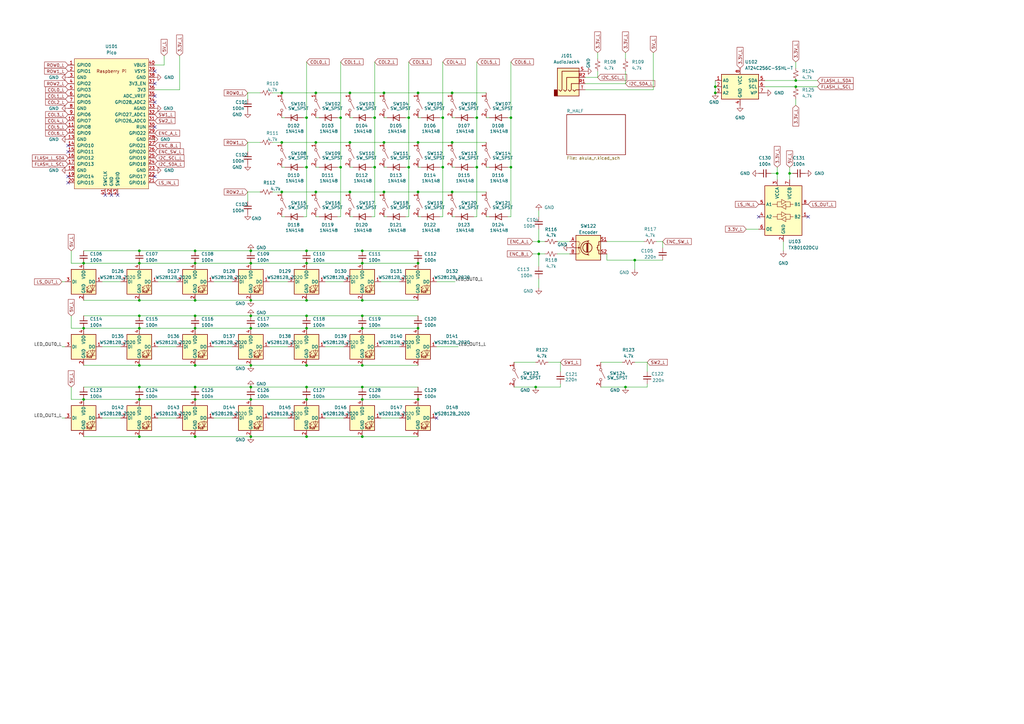
<source format=kicad_sch>
(kicad_sch (version 20230121) (generator eeschema)
  (paper "A3")
  (junction (at 125.73 179.07))
  (junction (at 157.48 38.1))
  (junction (at 139.7 48.26))
  (junction (at 102.87 163.83))
  (junction (at 171.45 107.95))
  (junction (at 143.51 38.1))
  (junction (at 148.59 123.19))
  (junction (at 129.54 78.74))
  (junction (at 143.51 58.42))
  (junction (at 125.73 107.95))
  (junction (at 148.59 179.07))
  (junction (at 167.64 68.58))
  (junction (at 125.73 134.62))
  (junction (at 326.39 33.02))
  (junction (at 148.59 102.87))
  (junction (at 157.48 58.42))
  (junction (at 171.45 78.74))
  (junction (at 171.45 163.83))
  (junction (at 80.01 129.54))
  (junction (at 80.01 134.62))
  (junction (at 57.15 149.86))
  (junction (at 102.87 149.86))
  (junction (at 153.67 68.58))
  (junction (at 148.59 107.95))
  (junction (at 102.87 102.87))
  (junction (at 57.15 123.19))
  (junction (at 209.55 68.58))
  (junction (at 293.37 35.56))
  (junction (at 148.59 163.83))
  (junction (at 318.77 71.12))
  (junction (at 148.59 149.86))
  (junction (at 102.87 123.19))
  (junction (at 171.45 134.62))
  (junction (at 125.73 102.87))
  (junction (at 139.7 68.58))
  (junction (at 326.39 35.56))
  (junction (at 181.61 48.26))
  (junction (at 125.73 123.19))
  (junction (at 57.15 179.07))
  (junction (at 57.15 129.54))
  (junction (at 57.15 107.95))
  (junction (at 125.73 158.75))
  (junction (at 195.58 68.58))
  (junction (at 209.55 48.26))
  (junction (at 34.29 107.95))
  (junction (at 256.54 158.75))
  (junction (at 57.15 134.62))
  (junction (at 171.45 38.1))
  (junction (at 80.01 158.75))
  (junction (at 57.15 102.87))
  (junction (at 125.73 129.54))
  (junction (at 148.59 134.62))
  (junction (at 57.15 158.75))
  (junction (at 171.45 58.42))
  (junction (at 181.61 68.58))
  (junction (at 153.67 48.26))
  (junction (at 115.57 58.42))
  (junction (at 148.59 129.54))
  (junction (at 115.57 78.74))
  (junction (at 129.54 38.1))
  (junction (at 125.73 48.26))
  (junction (at 80.01 102.87))
  (junction (at 115.57 38.1))
  (junction (at 102.87 134.62))
  (junction (at 157.48 78.74))
  (junction (at 219.71 158.75))
  (junction (at 102.87 129.54))
  (junction (at 185.42 78.74))
  (junction (at 167.64 48.26))
  (junction (at 185.42 38.1))
  (junction (at 102.87 158.75))
  (junction (at 80.01 123.19))
  (junction (at 185.42 58.42))
  (junction (at 143.51 78.74))
  (junction (at 129.54 58.42))
  (junction (at 80.01 149.86))
  (junction (at 34.29 163.83))
  (junction (at 293.37 38.1))
  (junction (at 195.58 48.26))
  (junction (at 80.01 163.83))
  (junction (at 57.15 163.83))
  (junction (at 102.87 179.07))
  (junction (at 323.85 71.12))
  (junction (at 34.29 134.62))
  (junction (at 220.98 99.06))
  (junction (at 80.01 107.95))
  (junction (at 148.59 158.75))
  (junction (at 125.73 149.86))
  (junction (at 220.98 104.14))
  (junction (at 80.01 179.07))
  (junction (at 125.73 68.58))
  (junction (at 125.73 163.83))
  (junction (at 260.35 106.68))
  (junction (at 102.87 107.95))
  (no_connect (at 63.5 29.21))
  (no_connect (at 63.5 39.37))
  (no_connect (at 179.07 171.45))
  (no_connect (at 27.94 62.23))
  (no_connect (at 27.94 72.39))
  (no_connect (at 27.94 74.93))
  (no_connect (at 63.5 34.29))
  (no_connect (at 63.5 72.39))
  (no_connect (at 63.5 52.07))
  (no_connect (at 63.5 41.91))
  (no_connect (at 311.15 88.9))
  (no_connect (at 43.18 80.01))
  (no_connect (at 45.72 80.01))
  (no_connect (at 48.26 80.01))
  (no_connect (at 27.94 59.69))
  (no_connect (at 331.47 88.9))
  (wire (pts (xy 220.98 104.14) (xy 223.52 104.14)))
  (wire (pts (xy 157.48 38.1) (xy 171.45 38.1)))
  (wire (pts (xy 167.64 25.4) (xy 167.64 48.26)))
  (wire (pts (xy 57.15 134.62) (xy 80.01 134.62)))
  (wire (pts (xy 143.51 88.9) (xy 144.78 88.9)))
  (wire (pts (xy 125.73 68.58) (xy 125.73 88.9)))
  (wire (pts (xy 57.15 158.75) (xy 80.01 158.75)))
  (wire (pts (xy 246.38 158.75) (xy 256.54 158.75)))
  (wire (pts (xy 313.69 33.02) (xy 326.39 33.02)))
  (wire (pts (xy 293.37 35.56) (xy 293.37 38.1)))
  (wire (pts (xy 306.07 93.98) (xy 311.15 93.98)))
  (wire (pts (xy 101.6 58.42) (xy 106.68 58.42)))
  (wire (pts (xy 180.34 48.26) (xy 181.61 48.26)))
  (wire (pts (xy 240.03 36.83) (xy 267.97 36.83)))
  (wire (pts (xy 153.67 48.26) (xy 153.67 68.58)))
  (wire (pts (xy 29.21 158.75) (xy 29.21 163.83)))
  (wire (pts (xy 256.54 29.21) (xy 256.54 34.29)))
  (wire (pts (xy 171.45 68.58) (xy 172.72 68.58)))
  (wire (pts (xy 25.4 115.57) (xy 26.67 115.57)))
  (wire (pts (xy 101.6 58.42) (xy 101.6 62.23)))
  (wire (pts (xy 245.11 29.21) (xy 245.11 31.75)))
  (wire (pts (xy 125.73 107.95) (xy 148.59 107.95)))
  (wire (pts (xy 229.87 148.59) (xy 229.87 152.4)))
  (wire (pts (xy 209.55 68.58) (xy 209.55 88.9)))
  (wire (pts (xy 80.01 149.86) (xy 102.87 149.86)))
  (wire (pts (xy 80.01 123.19) (xy 102.87 123.19)))
  (wire (pts (xy 271.78 106.68) (xy 260.35 106.68)))
  (wire (pts (xy 34.29 134.62) (xy 29.21 134.62)))
  (wire (pts (xy 293.37 33.02) (xy 293.37 35.56)))
  (wire (pts (xy 139.7 68.58) (xy 138.43 68.58)))
  (wire (pts (xy 148.59 134.62) (xy 171.45 134.62)))
  (wire (pts (xy 80.01 134.62) (xy 102.87 134.62)))
  (wire (pts (xy 57.15 107.95) (xy 80.01 107.95)))
  (wire (pts (xy 29.21 102.87) (xy 29.21 107.95)))
  (wire (pts (xy 138.43 88.9) (xy 139.7 88.9)))
  (wire (pts (xy 167.64 48.26) (xy 167.64 68.58)))
  (wire (pts (xy 80.01 107.95) (xy 102.87 107.95)))
  (wire (pts (xy 63.5 36.83) (xy 73.66 36.83)))
  (wire (pts (xy 185.42 68.58) (xy 186.69 68.58)))
  (wire (pts (xy 167.64 68.58) (xy 167.64 88.9)))
  (wire (pts (xy 80.01 163.83) (xy 102.87 163.83)))
  (wire (pts (xy 139.7 88.9) (xy 139.7 68.58)))
  (wire (pts (xy 195.58 25.4) (xy 195.58 48.26)))
  (wire (pts (xy 25.4 142.24) (xy 26.67 142.24)))
  (wire (pts (xy 101.6 38.1) (xy 106.68 38.1)))
  (wire (pts (xy 220.98 109.22) (xy 220.98 104.14)))
  (wire (pts (xy 63.5 26.67) (xy 67.31 26.67)))
  (wire (pts (xy 229.87 157.48) (xy 229.87 158.75)))
  (wire (pts (xy 101.6 78.74) (xy 106.68 78.74)))
  (wire (pts (xy 125.73 88.9) (xy 124.46 88.9)))
  (wire (pts (xy 194.31 88.9) (xy 195.58 88.9)))
  (wire (pts (xy 34.29 129.54) (xy 57.15 129.54)))
  (wire (pts (xy 323.85 71.12) (xy 325.12 71.12)))
  (wire (pts (xy 199.39 48.26) (xy 200.66 48.26)))
  (wire (pts (xy 148.59 129.54) (xy 171.45 129.54)))
  (wire (pts (xy 143.51 78.74) (xy 157.48 78.74)))
  (wire (pts (xy 218.44 104.14) (xy 220.98 104.14)))
  (wire (pts (xy 256.54 158.75) (xy 265.43 158.75)))
  (wire (pts (xy 220.98 93.98) (xy 220.98 99.06)))
  (wire (pts (xy 110.49 142.24) (xy 118.11 142.24)))
  (wire (pts (xy 87.63 115.57) (xy 95.25 115.57)))
  (wire (pts (xy 208.28 48.26) (xy 209.55 48.26)))
  (wire (pts (xy 111.76 38.1) (xy 115.57 38.1)))
  (wire (pts (xy 148.59 163.83) (xy 171.45 163.83)))
  (wire (pts (xy 185.42 78.74) (xy 199.39 78.74)))
  (wire (pts (xy 220.98 114.3) (xy 220.98 118.11)))
  (wire (pts (xy 171.45 78.74) (xy 185.42 78.74)))
  (wire (pts (xy 133.35 171.45) (xy 140.97 171.45)))
  (wire (pts (xy 125.73 25.4) (xy 125.73 48.26)))
  (wire (pts (xy 245.11 21.59) (xy 245.11 24.13)))
  (wire (pts (xy 318.77 68.58) (xy 318.77 71.12)))
  (wire (pts (xy 194.31 68.58) (xy 195.58 68.58)))
  (wire (pts (xy 115.57 88.9) (xy 116.84 88.9)))
  (wire (pts (xy 102.87 129.54) (xy 125.73 129.54)))
  (wire (pts (xy 152.4 68.58) (xy 153.67 68.58)))
  (wire (pts (xy 64.77 171.45) (xy 72.39 171.45)))
  (wire (pts (xy 260.35 110.49) (xy 260.35 106.68)))
  (wire (pts (xy 102.87 107.95) (xy 125.73 107.95)))
  (wire (pts (xy 115.57 48.26) (xy 116.84 48.26)))
  (wire (pts (xy 102.87 102.87) (xy 125.73 102.87)))
  (wire (pts (xy 34.29 158.75) (xy 57.15 158.75)))
  (wire (pts (xy 34.29 163.83) (xy 29.21 163.83)))
  (wire (pts (xy 156.21 115.57) (xy 163.83 115.57)))
  (wire (pts (xy 110.49 171.45) (xy 118.11 171.45)))
  (wire (pts (xy 143.51 58.42) (xy 157.48 58.42)))
  (wire (pts (xy 57.15 149.86) (xy 80.01 149.86)))
  (wire (pts (xy 133.35 142.24) (xy 140.97 142.24)))
  (wire (pts (xy 87.63 142.24) (xy 95.25 142.24)))
  (wire (pts (xy 166.37 88.9) (xy 167.64 88.9)))
  (wire (pts (xy 67.31 26.67) (xy 67.31 22.86)))
  (wire (pts (xy 148.59 158.75) (xy 171.45 158.75)))
  (wire (pts (xy 208.28 88.9) (xy 209.55 88.9)))
  (wire (pts (xy 139.7 48.26) (xy 139.7 68.58)))
  (wire (pts (xy 80.01 102.87) (xy 102.87 102.87)))
  (wire (pts (xy 34.29 107.95) (xy 29.21 107.95)))
  (wire (pts (xy 248.92 99.06) (xy 264.16 99.06)))
  (wire (pts (xy 148.59 123.19) (xy 171.45 123.19)))
  (wire (pts (xy 80.01 129.54) (xy 102.87 129.54)))
  (wire (pts (xy 129.54 58.42) (xy 143.51 58.42)))
  (wire (pts (xy 166.37 68.58) (xy 167.64 68.58)))
  (wire (pts (xy 326.39 35.56) (xy 335.28 35.56)))
  (wire (pts (xy 101.6 78.74) (xy 101.6 82.55)))
  (wire (pts (xy 153.67 68.58) (xy 153.67 88.9)))
  (wire (pts (xy 208.28 68.58) (xy 209.55 68.58)))
  (wire (pts (xy 179.07 142.24) (xy 187.96 142.24)))
  (wire (pts (xy 157.48 48.26) (xy 158.75 48.26)))
  (wire (pts (xy 125.73 179.07) (xy 148.59 179.07)))
  (wire (pts (xy 129.54 48.26) (xy 130.81 48.26)))
  (wire (pts (xy 57.15 102.87) (xy 80.01 102.87)))
  (wire (pts (xy 41.91 115.57) (xy 49.53 115.57)))
  (wire (pts (xy 111.76 58.42) (xy 115.57 58.42)))
  (wire (pts (xy 185.42 38.1) (xy 199.39 38.1)))
  (wire (pts (xy 224.79 148.59) (xy 229.87 148.59)))
  (wire (pts (xy 125.73 163.83) (xy 148.59 163.83)))
  (wire (pts (xy 139.7 25.4) (xy 139.7 48.26)))
  (wire (pts (xy 181.61 68.58) (xy 181.61 88.9)))
  (wire (pts (xy 157.48 78.74) (xy 171.45 78.74)))
  (wire (pts (xy 124.46 68.58) (xy 125.73 68.58)))
  (wire (pts (xy 34.29 149.86) (xy 57.15 149.86)))
  (wire (pts (xy 34.29 123.19) (xy 57.15 123.19)))
  (wire (pts (xy 125.73 129.54) (xy 148.59 129.54)))
  (wire (pts (xy 34.29 179.07) (xy 57.15 179.07)))
  (wire (pts (xy 102.87 134.62) (xy 125.73 134.62)))
  (wire (pts (xy 157.48 58.42) (xy 171.45 58.42)))
  (wire (pts (xy 34.29 163.83) (xy 57.15 163.83)))
  (wire (pts (xy 129.54 38.1) (xy 143.51 38.1)))
  (wire (pts (xy 199.39 68.58) (xy 200.66 68.58)))
  (wire (pts (xy 326.39 43.18) (xy 326.39 40.64)))
  (wire (pts (xy 195.58 48.26) (xy 195.58 68.58)))
  (wire (pts (xy 115.57 58.42) (xy 129.54 58.42)))
  (wire (pts (xy 269.24 99.06) (xy 271.78 99.06)))
  (wire (pts (xy 195.58 68.58) (xy 195.58 88.9)))
  (wire (pts (xy 246.38 148.59) (xy 255.27 148.59)))
  (wire (pts (xy 185.42 88.9) (xy 186.69 88.9)))
  (wire (pts (xy 41.91 171.45) (xy 49.53 171.45)))
  (wire (pts (xy 148.59 107.95) (xy 171.45 107.95)))
  (wire (pts (xy 180.34 88.9) (xy 181.61 88.9)))
  (wire (pts (xy 148.59 102.87) (xy 171.45 102.87)))
  (wire (pts (xy 125.73 102.87) (xy 148.59 102.87)))
  (wire (pts (xy 102.87 158.75) (xy 125.73 158.75)))
  (wire (pts (xy 171.45 58.42) (xy 185.42 58.42)))
  (wire (pts (xy 220.98 99.06) (xy 223.52 99.06)))
  (wire (pts (xy 34.29 107.95) (xy 57.15 107.95)))
  (wire (pts (xy 125.73 48.26) (xy 125.73 68.58)))
  (wire (pts (xy 115.57 68.58) (xy 116.84 68.58)))
  (wire (pts (xy 179.07 115.57) (xy 186.69 115.57)))
  (wire (pts (xy 157.48 68.58) (xy 158.75 68.58)))
  (wire (pts (xy 248.92 106.68) (xy 260.35 106.68)))
  (wire (pts (xy 57.15 163.83) (xy 80.01 163.83)))
  (wire (pts (xy 156.21 142.24) (xy 163.83 142.24)))
  (wire (pts (xy 115.57 78.74) (xy 129.54 78.74)))
  (wire (pts (xy 267.97 21.59) (xy 267.97 36.83)))
  (wire (pts (xy 240.03 31.75) (xy 245.11 31.75)))
  (wire (pts (xy 326.39 33.02) (xy 335.28 33.02)))
  (wire (pts (xy 318.77 71.12) (xy 318.77 73.66)))
  (wire (pts (xy 143.51 68.58) (xy 144.78 68.58)))
  (wire (pts (xy 323.85 68.58) (xy 323.85 71.12)))
  (wire (pts (xy 148.59 179.07) (xy 171.45 179.07)))
  (wire (pts (xy 148.59 149.86) (xy 171.45 149.86)))
  (wire (pts (xy 194.31 48.26) (xy 195.58 48.26)))
  (wire (pts (xy 133.35 115.57) (xy 140.97 115.57)))
  (wire (pts (xy 153.67 25.4) (xy 153.67 48.26)))
  (wire (pts (xy 313.69 35.56) (xy 326.39 35.56)))
  (wire (pts (xy 157.48 88.9) (xy 158.75 88.9)))
  (wire (pts (xy 260.35 148.59) (xy 265.43 148.59)))
  (wire (pts (xy 265.43 157.48) (xy 265.43 158.75)))
  (wire (pts (xy 57.15 123.19) (xy 80.01 123.19)))
  (wire (pts (xy 102.87 163.83) (xy 125.73 163.83)))
  (wire (pts (xy 256.54 21.59) (xy 256.54 24.13)))
  (wire (pts (xy 80.01 179.07) (xy 102.87 179.07)))
  (wire (pts (xy 129.54 68.58) (xy 130.81 68.58)))
  (wire (pts (xy 57.15 129.54) (xy 80.01 129.54)))
  (wire (pts (xy 209.55 48.26) (xy 209.55 68.58)))
  (wire (pts (xy 80.01 158.75) (xy 102.87 158.75)))
  (wire (pts (xy 111.76 78.74) (xy 115.57 78.74)))
  (wire (pts (xy 64.77 115.57) (xy 72.39 115.57)))
  (wire (pts (xy 210.82 148.59) (xy 219.71 148.59)))
  (wire (pts (xy 64.77 142.24) (xy 72.39 142.24)))
  (wire (pts (xy 152.4 88.9) (xy 153.67 88.9)))
  (wire (pts (xy 29.21 129.54) (xy 29.21 134.62)))
  (wire (pts (xy 143.51 48.26) (xy 144.78 48.26)))
  (wire (pts (xy 228.6 104.14) (xy 233.68 104.14)))
  (wire (pts (xy 185.42 58.42) (xy 199.39 58.42)))
  (wire (pts (xy 326.39 25.4) (xy 326.39 27.94)))
  (wire (pts (xy 240.03 34.29) (xy 256.54 34.29)))
  (wire (pts (xy 265.43 148.59) (xy 265.43 152.4)))
  (wire (pts (xy 209.55 25.4) (xy 209.55 48.26)))
  (wire (pts (xy 321.31 99.06) (xy 321.31 102.87)))
  (wire (pts (xy 129.54 88.9) (xy 130.81 88.9)))
  (wire (pts (xy 102.87 149.86) (xy 125.73 149.86)))
  (wire (pts (xy 156.21 171.45) (xy 163.83 171.45)))
  (wire (pts (xy 228.6 99.06) (xy 233.68 99.06)))
  (wire (pts (xy 220.98 86.36) (xy 220.98 88.9)))
  (wire (pts (xy 199.39 88.9) (xy 200.66 88.9)))
  (wire (pts (xy 110.49 115.57) (xy 118.11 115.57)))
  (wire (pts (xy 125.73 134.62) (xy 148.59 134.62)))
  (wire (pts (xy 57.15 179.07) (xy 80.01 179.07)))
  (wire (pts (xy 125.73 158.75) (xy 148.59 158.75)))
  (wire (pts (xy 62.23 57.15) (xy 63.5 57.15)))
  (wire (pts (xy 73.66 22.86) (xy 73.66 36.83)))
  (wire (pts (xy 218.44 99.06) (xy 220.98 99.06)))
  (wire (pts (xy 181.61 25.4) (xy 181.61 48.26)))
  (wire (pts (xy 185.42 48.26) (xy 186.69 48.26)))
  (wire (pts (xy 152.4 48.26) (xy 153.67 48.26)))
  (wire (pts (xy 316.23 71.12) (xy 318.77 71.12)))
  (wire (pts (xy 171.45 38.1) (xy 185.42 38.1)))
  (wire (pts (xy 125.73 123.19) (xy 148.59 123.19)))
  (wire (pts (xy 210.82 158.75) (xy 219.71 158.75)))
  (wire (pts (xy 41.91 142.24) (xy 49.53 142.24)))
  (wire (pts (xy 34.29 134.62) (xy 57.15 134.62)))
  (wire (pts (xy 124.46 48.26) (xy 125.73 48.26)))
  (wire (pts (xy 181.61 48.26) (xy 181.61 68.58)))
  (wire (pts (xy 180.34 68.58) (xy 181.61 68.58)))
  (wire (pts (xy 102.87 179.07) (xy 125.73 179.07)))
  (wire (pts (xy 101.6 38.1) (xy 101.6 40.64)))
  (wire (pts (xy 87.63 171.45) (xy 95.25 171.45)))
  (wire (pts (xy 115.57 38.1) (xy 129.54 38.1)))
  (wire (pts (xy 219.71 158.75) (xy 229.87 158.75)))
  (wire (pts (xy 129.54 78.74) (xy 143.51 78.74)))
  (wire (pts (xy 166.37 48.26) (xy 167.64 48.26)))
  (wire (pts (xy 171.45 88.9) (xy 172.72 88.9)))
  (wire (pts (xy 323.85 71.12) (xy 323.85 73.66)))
  (wire (pts (xy 171.45 48.26) (xy 172.72 48.26)))
  (wire (pts (xy 143.51 38.1) (xy 157.48 38.1)))
  (wire (pts (xy 138.43 48.26) (xy 139.7 48.26)))
  (wire (pts (xy 34.29 102.87) (xy 57.15 102.87)))
  (wire (pts (xy 25.4 171.45) (xy 26.67 171.45)))
  (wire (pts (xy 102.87 123.19) (xy 125.73 123.19)))
  (wire (pts (xy 271.78 99.06) (xy 271.78 101.6)))
  (wire (pts (xy 125.73 149.86) (xy 148.59 149.86)))
  (wire (pts (xy 248.92 104.14) (xy 248.92 106.68)))
  (label "LED_OUT1_L" (at 187.96 142.24 0))
  (label "LED_OUT0_L" (at 25.4 142.24 180))
  (label "LED_OUT0_L" (at 186.69 115.57 0))
  (label "LED_OUT1_L" (at 25.4 171.45 180))
  (global_label "COL6_L" (shape input) (at 27.94 54.61 180) (property "Intersheetrefs" "${INTERSHEET_REFS}" (effects hide)))
  (global_label "ENC_SW_L" (shape input) (at 63.5 62.23 0) (property "Intersheetrefs" "${INTERSHEET_REFS}" (effects hide)))
  (global_label "FLASH_L_SCL" (shape input) (at 27.94 67.31 180) (property "Intersheetrefs" "${INTERSHEET_REFS}" (effects hide)))
  (global_label "COL4_L" (shape input) (at 181.61 25.4 0) (property "Intersheetrefs" "${INTERSHEET_REFS}" (effects hide)))
  (global_label "ROW0_L" (shape input) (at 101.6 38.1 180) (property "Intersheetrefs" "${INTERSHEET_REFS}" (effects hide)))
  (global_label "SW2_L" (shape input) (at 63.5 49.53 0) (property "Intersheetrefs" "${INTERSHEET_REFS}" (effects hide)))
  (global_label "3.3V_L" (shape input) (at 326.39 43.18 270) (property "Intersheetrefs" "${INTERSHEET_REFS}" (effects hide)))
  (global_label "ROW2_L" (shape input) (at 101.6 78.74 180) (property "Intersheetrefs" "${INTERSHEET_REFS}" (effects hide)))
  (global_label "LS_IN_L" (shape input) (at 63.5 74.93 0) (property "Intersheetrefs" "${INTERSHEET_REFS}" (effects hide)))
  (global_label "3.3V_L" (shape input) (at 73.66 22.86 90) (property "Intersheetrefs" "${INTERSHEET_REFS}" (effects hide)))
  (global_label "COL0_L" (shape input) (at 27.94 36.83 180) (property "Intersheetrefs" "${INTERSHEET_REFS}" (effects hide)))
  (global_label "5V_L" (shape input) (at 29.21 158.75 90) (property "Intersheetrefs" "${INTERSHEET_REFS}" (effects hide)))
  (global_label "ROW2_L" (shape input) (at 27.94 34.29 180) (property "Intersheetrefs" "${INTERSHEET_REFS}" (effects hide)))
  (global_label "I2C_SDA_L" (shape input) (at 256.54 34.29 0) (property "Intersheetrefs" "${INTERSHEET_REFS}" (effects hide)))
  (global_label "LS_OUT_L" (shape input) (at 331.47 83.82 0) (property "Intersheetrefs" "${INTERSHEET_REFS}" (effects hide)))
  (global_label "5V_L" (shape input) (at 67.31 22.86 90) (property "Intersheetrefs" "${INTERSHEET_REFS}" (effects hide)))
  (global_label "SW2_L" (shape input) (at 265.43 148.59 0) (property "Intersheetrefs" "${INTERSHEET_REFS}" (effects hide)))
  (global_label "COL1_L" (shape input) (at 139.7 25.4 0) (property "Intersheetrefs" "${INTERSHEET_REFS}" (effects hide)))
  (global_label "ROW0_L" (shape input) (at 27.94 26.67 180) (property "Intersheetrefs" "${INTERSHEET_REFS}" (effects hide)))
  (global_label "ENC_B_L" (shape input) (at 218.44 104.14 180) (property "Intersheetrefs" "${INTERSHEET_REFS}" (effects hide)))
  (global_label "3.3V_L" (shape input) (at 306.07 93.98 180) (property "Intersheetrefs" "${INTERSHEET_REFS}" (effects hide)))
  (global_label "COL6_L" (shape input) (at 209.55 25.4 0) (property "Intersheetrefs" "${INTERSHEET_REFS}" (effects hide)))
  (global_label "SW1_L" (shape input) (at 63.5 46.99 0) (property "Intersheetrefs" "${INTERSHEET_REFS}" (effects hide)))
  (global_label "5V_L" (shape input) (at 323.85 68.58 90) (property "Intersheetrefs" "${INTERSHEET_REFS}" (effects hide)))
  (global_label "FLASH_L_SDA" (shape input) (at 27.94 64.77 180) (property "Intersheetrefs" "${INTERSHEET_REFS}" (effects hide)))
  (global_label "COL5_L" (shape input) (at 195.58 25.4 0) (property "Intersheetrefs" "${INTERSHEET_REFS}" (effects hide)))
  (global_label "COL2_L" (shape input) (at 153.67 25.4 0) (property "Intersheetrefs" "${INTERSHEET_REFS}" (effects hide)))
  (global_label "COL0_L" (shape input) (at 125.73 25.4 0) (property "Intersheetrefs" "${INTERSHEET_REFS}" (effects hide)))
  (global_label "5V_L" (shape input) (at 267.97 21.59 90) (property "Intersheetrefs" "${INTERSHEET_REFS}" (effects hide)))
  (global_label "I2C_SDA_L" (shape input) (at 63.5 67.31 0) (property "Intersheetrefs" "${INTERSHEET_REFS}" (effects hide)))
  (global_label "5V_L" (shape input) (at 29.21 129.54 90) (property "Intersheetrefs" "${INTERSHEET_REFS}" (effects hide)))
  (global_label "ENC_A_L" (shape input) (at 218.44 99.06 180) (property "Intersheetrefs" "${INTERSHEET_REFS}" (effects hide)))
  (global_label "ROW1_L" (shape input) (at 101.6 58.42 180) (property "Intersheetrefs" "${INTERSHEET_REFS}" (effects hide)))
  (global_label "ENC_A_L" (shape input) (at 63.5 54.61 0) (property "Intersheetrefs" "${INTERSHEET_REFS}" (effects hide)))
  (global_label "COL5_L" (shape input) (at 27.94 52.07 180) (property "Intersheetrefs" "${INTERSHEET_REFS}" (effects hide)))
  (global_label "ENC_SW_L" (shape input) (at 271.78 99.06 0) (property "Intersheetrefs" "${INTERSHEET_REFS}" (effects hide)))
  (global_label "LS_OUT_L" (shape input) (at 25.4 115.57 180) (property "Intersheetrefs" "${INTERSHEET_REFS}" (effects hide)))
  (global_label "3.3V_L" (shape input) (at 326.39 25.4 90) (property "Intersheetrefs" "${INTERSHEET_REFS}" (effects hide)))
  (global_label "FLASH_L_SDA" (shape input) (at 335.28 33.02 0) (property "Intersheetrefs" "${INTERSHEET_REFS}" (effects hide)))
  (global_label "COL3_L" (shape input) (at 27.94 46.99 180) (property "Intersheetrefs" "${INTERSHEET_REFS}" (effects hide)))
  (global_label "COL1_L" (shape input) (at 27.94 39.37 180) (property "Intersheetrefs" "${INTERSHEET_REFS}" (effects hide)))
  (global_label "3.3V_L" (shape input) (at 303.53 27.94 90) (property "Intersheetrefs" "${INTERSHEET_REFS}" (effects hide)))
  (global_label "ROW1_L" (shape input) (at 27.94 29.21 180) (property "Intersheetrefs" "${INTERSHEET_REFS}" (effects hide)))
  (global_label "5V_L" (shape input) (at 29.21 102.87 90) (property "Intersheetrefs" "${INTERSHEET_REFS}" (effects hide)))
  (global_label "I2C_SCL_L" (shape input) (at 63.5 64.77 0) (property "Intersheetrefs" "${INTERSHEET_REFS}" (effects hide)))
  (global_label "3.3V_L" (shape input) (at 318.77 68.58 90) (property "Intersheetrefs" "${INTERSHEET_REFS}" (effects hide)))
  (global_label "ENC_B_L" (shape input) (at 63.5 59.69 0) (property "Intersheetrefs" "${INTERSHEET_REFS}" (effects hide)))
  (global_label "SW1_L" (shape input) (at 229.87 148.59 0) (property "Intersheetrefs" "${INTERSHEET_REFS}" (effects hide)))
  (global_label "FLASH_L_SCL" (shape input) (at 335.28 35.56 0) (property "Intersheetrefs" "${INTERSHEET_REFS}" (effects hide)))
  (global_label "COL4_L" (shape input) (at 27.94 49.53 180) (property "Intersheetrefs" "${INTERSHEET_REFS}" (effects hide)))
  (global_label "LS_IN_L" (shape input) (at 311.15 83.82 180) (property "Intersheetrefs" "${INTERSHEET_REFS}" (effects hide)))
  (global_label "I2C_SCL_L" (shape input) (at 245.11 31.75 0) (property "Intersheetrefs" "${INTERSHEET_REFS}" (effects hide)))
  (global_label "COL2_L" (shape input) (at 27.94 41.91 180) (property "Intersheetrefs" "${INTERSHEET_REFS}" (effects hide)))
  (global_label "3.3V_L" (shape input) (at 245.11 21.59 90) (property "Intersheetrefs" "${INTERSHEET_REFS}" (effects hide)))
  (global_label "COL3_L" (shape input) (at 167.64 25.4 0) (property "Intersheetrefs" "${INTERSHEET_REFS}" (effects hide)))
  (global_label "3.3V_L" (shape input) (at 256.54 21.59 90) (property "Intersheetrefs" "${INTERSHEET_REFS}" (effects hide)))
  (symbol (lib_id "Switch:SW_SPST") (at 246.38 153.67 270) (unit 1)
    (property "Reference" "SW124" (at 250.0394 153.1033 90) (effects (justify left)))
    (property "Value" "SW_SPST" (at 248.92 154.9399 90) (effects (justify left)))
    (property "Footprint" "Button_Switch_THT:SW_PUSH-12mm" (effects hide))
    (property "JLCPCB Part #" "C93155" (effects hide))
    (property "LCSC Part" "C93155" (effects hide))
    (property "LCSC Part #" "C93155" (effects hide))
  )
  (symbol (lib_id "Device:C_Small") (at 220.98 91.44 0) (unit 1)
    (property "Reference" "C104" (at 215.9 90.17 0) (effects (justify left)))
    (property "Value" "100n" (at 214.63 92.71 0) (effects (justify left)))
    (property "Footprint" "Capacitor_SMD:C_0402_1005Metric" (effects hide))
    (property "JLCPCB Part #" "C1525" (effects hide))
    (property "LCSC Part #" "C1525" (effects hide))
    (property "LCSC Part" "C1525" (effects hide))
  )
  (symbol (lib_id "Diode:1N4148") (at 120.65 68.58 0) (unit 1)
    (property "Reference" "D110" (at 120.415 71.8862 0))
    (property "Value" "1N4148" (at 120.8373 74.1667 0))
    (property "Footprint" "Diode_SMD:D_SOD-323" (effects hide))
    (property "Datasheet" "https://assets.nexperia.com/documents/data-sheet/1N4148_1N4448.pdf" (effects hide))
    (property "JLCPCB Part #" "C2128" (effects hide))
    (property "LCSC Part #" "C2128" (effects hide))
    (property "LCSC Part" "C2128" (effects hide))
  )
  (symbol (lib_id "Switch:SW_SPST") (at 115.57 83.82 270) (unit 1)
    (property "Reference" "SW115" (at 119.2294 83.2533 90) (effects (justify left)))
    (property "Value" "SW_SPST" (at 118.11 85.0899 90) (effects (justify left)))
    (property "Footprint" "keyswitches:SW_PG1350" (effects hide))
  )
  (symbol (lib_id "power:GND") (at 240.03 29.21 90) (unit 1)
    (property "Reference" "#PWR0101" (effects hide))
    (property "Value" "GND" (at 241.3 27.94 0) (effects (justify left)))
  )
  (symbol (lib_id "Device:C_Small") (at 80.01 161.29 0) (unit 1)
    (property "Reference" "C125" (at 82.55 160.0262 0) (effects (justify left)))
    (property "Value" "100n" (at 82.55 162.5662 0) (effects (justify left)))
    (property "Footprint" "Capacitor_SMD:C_0402_1005Metric" (effects hide))
    (property "JLCPCB Part #" "C1525" (effects hide))
    (property "LCSC Part #" "C1525" (effects hide))
    (property "LCSC Part" "C1525" (effects hide))
  )
  (symbol (lib_id "Switch:SW_SPST") (at 199.39 83.82 270) (unit 1)
    (property "Reference" "SW121" (at 203.0494 83.2533 90) (effects (justify left)))
    (property "Value" "SW_SPST" (at 201.93 85.0899 90) (effects (justify left)))
    (property "Footprint" "keyswitches:SW_PG1350" (effects hide))
  )
  (symbol (lib_id "Device:C_Small") (at 34.29 132.08 0) (unit 1)
    (property "Reference" "C114" (at 36.83 130.8162 0) (effects (justify left)))
    (property "Value" "100n" (at 36.83 133.3562 0) (effects (justify left)))
    (property "Footprint" "Capacitor_SMD:C_0402_1005Metric" (effects hide))
    (property "JLCPCB Part #" "C1525" (effects hide))
    (property "LCSC Part #" "C1525" (effects hide))
    (property "LCSC Part" "C1525" (effects hide))
  )
  (symbol (lib_id "Device:C_Small") (at 34.29 105.41 0) (unit 1)
    (property "Reference" "C106" (at 36.83 104.1462 0) (effects (justify left)))
    (property "Value" "100n" (at 36.83 106.6862 0) (effects (justify left)))
    (property "Footprint" "Capacitor_SMD:C_0402_1005Metric" (effects hide))
    (property "JLCPCB Part #" "C1525" (effects hide))
    (property "LCSC Part #" "C1525" (effects hide))
    (property "LCSC Part" "C1525" (effects hide))
  )
  (symbol (lib_id "Device:R_Small_US") (at 326.39 30.48 180) (unit 1)
    (property "Reference" "R124" (at 328.93 29.2099 0) (effects (justify right)))
    (property "Value" "4.7k" (at 328.93 31.7499 0) (effects (justify right)))
    (property "Footprint" "Resistor_SMD:R_0402_1005Metric" (effects hide))
    (property "JLCPCB Part #" "C25900" (effects hide))
    (property "LCSC Part #" "C25900" (effects hide))
    (property "LCSC Part" "C25900" (effects hide))
  )
  (symbol (lib_name "WS2812B_2020_14") (lib_id "Custom:WS2812B_2020") (at 80.01 142.24 0) (unit 1)
    (property "Reference" "D137" (at 93.98 137.9093 0))
    (property "Value" "WS2812B_2020" (at 93.98 140.4493 0))
    (property "Footprint" "LED_SMD:LED_WS2812B-2020_PLCC4_2.0x2.0mm" (effects hide))
    (property "Datasheet" "https://cdn-shop.adafruit.com/datasheets/WS2812B.pdf" (effects hide))
    (property "JLCPCB Part #" "C965555" (effects hide))
    (property "LCSC Part" "C965555" (effects hide))
    (property "LCSC Part #" "C965555" (effects hide))
  )
  (symbol (lib_id "power:GND") (at 63.5 31.75 90) (unit 1)
    (property "Reference" "#PWR0103" (effects hide))
    (property "Value" "GND" (at 67.31 31.7499 90) (effects (justify right)))
  )
  (symbol (lib_id "Diode:1N4148") (at 120.65 48.26 0) (unit 1)
    (property "Reference" "D102" (at 120.415 51.5662 0))
    (property "Value" "1N4148" (at 120.8373 53.8467 0))
    (property "Footprint" "Diode_SMD:D_SOD-323" (effects hide))
    (property "Datasheet" "https://assets.nexperia.com/documents/data-sheet/1N4148_1N4448.pdf" (effects hide))
    (property "JLCPCB Part #" "C2128" (effects hide))
    (property "LCSC Part #" "C2128" (effects hide))
    (property "LCSC Part" "C2128" (effects hide))
  )
  (symbol (lib_name "WS2812B_2020_11") (lib_id "Custom:WS2812B_2020") (at 171.45 142.24 0) (unit 1)
    (property "Reference" "D141" (at 185.42 137.9093 0))
    (property "Value" "WS2812B_2020" (at 185.42 140.4493 0))
    (property "Footprint" "LED_SMD:LED_WS2812B-2020_PLCC4_2.0x2.0mm" (effects hide))
    (property "Datasheet" "https://cdn-shop.adafruit.com/datasheets/WS2812B.pdf" (effects hide))
    (property "JLCPCB Part #" "C965555" (effects hide))
    (property "LCSC Part" "C965555" (effects hide))
    (property "LCSC Part #" "C965555" (effects hide))
  )
  (symbol (lib_id "Diode:1N4148") (at 162.56 68.58 0) (unit 1)
    (property "Reference" "D113" (at 162.325 71.8862 0))
    (property "Value" "1N4148" (at 162.7473 74.1667 0))
    (property "Footprint" "Diode_SMD:D_SOD-323" (effects hide))
    (property "Datasheet" "https://assets.nexperia.com/documents/data-sheet/1N4148_1N4448.pdf" (effects hide))
    (property "JLCPCB Part #" "C2128" (effects hide))
    (property "LCSC Part #" "C2128" (effects hide))
    (property "LCSC Part" "C2128" (effects hide))
  )
  (symbol (lib_name "WS2812B_2020_3") (lib_id "Custom:WS2812B_2020") (at 125.73 171.45 0) (unit 1)
    (property "Reference" "D146" (at 139.7 167.1193 0))
    (property "Value" "WS2812B_2020" (at 139.7 169.6593 0))
    (property "Footprint" "LED_SMD:LED_WS2812B-2020_PLCC4_2.0x2.0mm" (effects hide))
    (property "Datasheet" "https://cdn-shop.adafruit.com/datasheets/WS2812B.pdf" (effects hide))
    (property "JLCPCB Part #" "C965555" (effects hide))
    (property "LCSC Part" "C965555" (effects hide))
    (property "LCSC Part #" "C965555" (effects hide))
  )
  (symbol (lib_id "Logic_LevelTranslator:TXB0102DCU") (at 321.31 86.36 0) (unit 1)
    (property "Reference" "U103" (at 323.3294 99.06 0) (effects (justify left)))
    (property "Value" "TXB0102DCU" (at 323.3294 101.6 0) (effects (justify left)))
    (property "Footprint" "Package_SO:VSSOP-8_2.4x2.1mm_P0.5mm" (effects hide))
    (property "Datasheet" "http://www.ti.com/lit/ds/symlink/txb0102.pdf" (effects hide))
    (property "JLCPCB Part #" "C2677366" (effects hide))
    (property "LCSC Part" "C2677366" (effects hide))
    (property "LCSC Part #" "C2677366" (effects hide))
  )
  (symbol (lib_name "WS2812B_2020_10") (lib_id "Custom:WS2812B_2020") (at 148.59 115.57 0) (unit 1)
    (property "Reference" "D131" (at 162.56 111.2393 0))
    (property "Value" "WS2812B_2020" (at 162.56 113.7793 0))
    (property "Footprint" "LED_SMD:LED_WS2812B-2020_PLCC4_2.0x2.0mm" (effects hide))
    (property "Datasheet" "https://cdn-shop.adafruit.com/datasheets/WS2812B.pdf" (effects hide))
    (property "JLCPCB Part #" "C965555" (effects hide))
    (property "LCSC Part" "C965555" (effects hide))
    (property "LCSC Part #" "C965555" (effects hide))
  )
  (symbol (lib_id "Device:C_Small") (at 102.87 105.41 0) (unit 1)
    (property "Reference" "C109" (at 105.41 104.1462 0) (effects (justify left)))
    (property "Value" "100n" (at 105.41 106.6862 0) (effects (justify left)))
    (property "Footprint" "Capacitor_SMD:C_0402_1005Metric" (effects hide))
    (property "JLCPCB Part #" "C1525" (effects hide))
    (property "LCSC Part #" "C1525" (effects hide))
    (property "LCSC Part" "C1525" (effects hide))
  )
  (symbol (lib_id "Device:C_Small") (at 125.73 105.41 0) (unit 1)
    (property "Reference" "C110" (at 128.27 104.1462 0) (effects (justify left)))
    (property "Value" "100n" (at 128.27 106.6862 0) (effects (justify left)))
    (property "Footprint" "Capacitor_SMD:C_0402_1005Metric" (effects hide))
    (property "JLCPCB Part #" "C1525" (effects hide))
    (property "LCSC Part #" "C1525" (effects hide))
    (property "LCSC Part" "C1525" (effects hide))
  )
  (symbol (lib_id "power:GND") (at 102.87 102.87 180) (unit 1)
    (property "Reference" "#PWR0115" (effects hide))
    (property "Value" "GND" (at 109.22 101.6 0) (effects (justify left)))
  )
  (symbol (lib_id "Switch:SW_SPST") (at 143.51 43.18 270) (unit 1)
    (property "Reference" "SW103" (at 147.1694 42.6133 90) (effects (justify left)))
    (property "Value" "SW_SPST" (at 146.05 44.4499 90) (effects (justify left)))
    (property "Footprint" "keyswitches:SW_PG1350" (effects hide))
  )
  (symbol (lib_name "WS2812B_2020_4") (lib_id "Custom:WS2812B_2020") (at 148.59 142.24 0) (unit 1)
    (property "Reference" "D140" (at 162.56 137.9093 0))
    (property "Value" "WS2812B_2020" (at 162.56 140.4493 0))
    (property "Footprint" "LED_SMD:LED_WS2812B-2020_PLCC4_2.0x2.0mm" (effects hide))
    (property "Datasheet" "https://cdn-shop.adafruit.com/datasheets/WS2812B.pdf" (effects hide))
    (property "JLCPCB Part #" "C965555" (effects hide))
    (property "LCSC Part" "C965555" (effects hide))
    (property "LCSC Part #" "C965555" (effects hide))
  )
  (symbol (lib_name "WS2812B_2020_8") (lib_id "Custom:WS2812B_2020") (at 125.73 115.57 0) (unit 1)
    (property "Reference" "D130" (at 139.7 111.2393 0))
    (property "Value" "WS2812B_2020" (at 139.7 113.7793 0))
    (property "Footprint" "LED_SMD:LED_WS2812B-2020_PLCC4_2.0x2.0mm" (effects hide))
    (property "Datasheet" "https://cdn-shop.adafruit.com/datasheets/WS2812B.pdf" (effects hide))
    (property "JLCPCB Part #" "C965555" (effects hide))
    (property "LCSC Part" "C965555" (effects hide))
    (property "LCSC Part #" "C965555" (effects hide))
  )
  (symbol (lib_id "power:GND") (at 321.31 102.87 0) (unit 1)
    (property "Reference" "#PWR0150" (effects hide))
    (property "Value" "GND" (at 321.31 107.95 0))
  )
  (symbol (lib_id "Switch:SW_SPST") (at 129.54 83.82 270) (unit 1)
    (property "Reference" "SW116" (at 133.1994 83.2533 90) (effects (justify left)))
    (property "Value" "SW_SPST" (at 132.08 85.0899 90) (effects (justify left)))
    (property "Footprint" "keyswitches:SW_PG1350" (effects hide))
  )
  (symbol (lib_id "Device:C_Small") (at 327.66 71.12 90) (unit 1)
    (property "Reference" "C131" (at 327.6663 64.77 90))
    (property "Value" "100n" (at 327.6663 67.31 90))
    (property "Footprint" "Capacitor_SMD:C_0402_1005Metric" (effects hide))
    (property "JLCPCB Part #" "C1525" (effects hide))
    (property "LCSC Part #" "C1525" (effects hide))
    (property "LCSC Part" "C1525" (effects hide))
  )
  (symbol (lib_id "Device:C_Small") (at 101.6 64.77 0) (unit 1)
    (property "Reference" "C102" (at 96.52 63.5 0) (effects (justify left)))
    (property "Value" "100n" (at 95.25 66.04 0) (effects (justify left)))
    (property "Footprint" "Capacitor_SMD:C_0402_1005Metric" (effects hide))
    (property "JLCPCB Part #" "C1525" (effects hide))
    (property "LCSC Part #" "C1525" (effects hide))
    (property "LCSC Part" "C1525" (effects hide))
  )
  (symbol (lib_id "Device:C_Small") (at 125.73 161.29 0) (unit 1)
    (property "Reference" "C127" (at 128.27 160.0262 0) (effects (justify left)))
    (property "Value" "100n" (at 128.27 162.5662 0) (effects (justify left)))
    (property "Footprint" "Capacitor_SMD:C_0402_1005Metric" (effects hide))
    (property "JLCPCB Part #" "C1525" (effects hide))
    (property "LCSC Part #" "C1525" (effects hide))
    (property "LCSC Part" "C1525" (effects hide))
  )
  (symbol (lib_id "Diode:1N4148") (at 162.56 48.26 0) (unit 1)
    (property "Reference" "D105" (at 162.325 51.5662 0))
    (property "Value" "1N4148" (at 162.7473 53.8467 0))
    (property "Footprint" "Diode_SMD:D_SOD-323" (effects hide))
    (property "Datasheet" "https://assets.nexperia.com/documents/data-sheet/1N4148_1N4448.pdf" (effects hide))
    (property "JLCPCB Part #" "C2128" (effects hide))
    (property "LCSC Part #" "C2128" (effects hide))
    (property "LCSC Part" "C2128" (effects hide))
  )
  (symbol (lib_id "Diode:1N4148") (at 134.62 88.9 0) (unit 1)
    (property "Reference" "D119" (at 134.385 92.2062 0))
    (property "Value" "1N4148" (at 134.8073 94.4867 0))
    (property "Footprint" "Diode_SMD:D_SOD-323" (effects hide))
    (property "Datasheet" "https://assets.nexperia.com/documents/data-sheet/1N4148_1N4448.pdf" (effects hide))
    (property "JLCPCB Part #" "C2128" (effects hide))
    (property "LCSC Part #" "C2128" (effects hide))
    (property "LCSC Part" "C2128" (effects hide))
  )
  (symbol (lib_id "Switch:SW_SPST") (at 157.48 83.82 270) (unit 1)
    (property "Reference" "SW118" (at 161.1394 83.2533 90) (effects (justify left)))
    (property "Value" "SW_SPST" (at 160.02 85.0899 90) (effects (justify left)))
    (property "Footprint" "keyswitches:SW_PG1350" (effects hide))
  )
  (symbol (lib_id "Diode:1N4148") (at 148.59 48.26 0) (unit 1)
    (property "Reference" "D104" (at 148.355 51.5662 0))
    (property "Value" "1N4148" (at 148.7773 53.8467 0))
    (property "Footprint" "Diode_SMD:D_SOD-323" (effects hide))
    (property "Datasheet" "https://assets.nexperia.com/documents/data-sheet/1N4148_1N4448.pdf" (effects hide))
    (property "JLCPCB Part #" "C2128" (effects hide))
    (property "LCSC Part #" "C2128" (effects hide))
    (property "LCSC Part" "C2128" (effects hide))
  )
  (symbol (lib_id "Device:R_Small_US") (at 109.22 38.1 270) (unit 1)
    (property "Reference" "R110" (at 111.76 34.29 90))
    (property "Value" "4.7k" (at 111.76 36.83 90))
    (property "Footprint" "Resistor_SMD:R_0402_1005Metric" (effects hide))
    (property "JLCPCB Part #" "C25900" (effects hide))
    (property "LCSC Part #" "C25900" (effects hide))
    (property "LCSC Part" "C25900" (effects hide))
  )
  (symbol (lib_id "power:GND") (at 62.23 57.15 90) (unit 1)
    (property "Reference" "#PWR0108" (effects hide))
    (property "Value" "GND" (at 69.85 57.15 90) (effects (justify left)))
  )
  (symbol (lib_id "Device:RotaryEncoder_Switch") (at 241.3 101.6 0) (unit 1)
    (property "Reference" "SW122" (at 241.3 92.71 0))
    (property "Value" "Encoder" (at 241.3 95.25 0))
    (property "Footprint" "Rotary_Encoder:RotaryEncoder_Alps_EC11E-Switch_Vertical_H20mm_CircularMountingHoles" (effects hide))
    (property "JLCPCB Part #" "C470753" (effects hide))
    (property "LCSC Part" "C470753" (effects hide))
    (property "LCSC Part #" "C470753" (effects hide))
  )
  (symbol (lib_id "Device:C_Small") (at 57.15 132.08 0) (unit 1)
    (property "Reference" "C115" (at 59.69 130.8162 0) (effects (justify left)))
    (property "Value" "100n" (at 59.69 133.3562 0) (effects (justify left)))
    (property "Footprint" "Capacitor_SMD:C_0402_1005Metric" (effects hide))
    (property "JLCPCB Part #" "C1525" (effects hide))
    (property "LCSC Part #" "C1525" (effects hide))
    (property "LCSC Part" "C1525" (effects hide))
  )
  (symbol (lib_id "Device:C_Small") (at 148.59 132.08 0) (unit 1)
    (property "Reference" "C119" (at 151.13 130.8162 0) (effects (justify left)))
    (property "Value" "100n" (at 151.13 133.3562 0) (effects (justify left)))
    (property "Footprint" "Capacitor_SMD:C_0402_1005Metric" (effects hide))
    (property "JLCPCB Part #" "C1525" (effects hide))
    (property "LCSC Part #" "C1525" (effects hide))
    (property "LCSC Part" "C1525" (effects hide))
  )
  (symbol (lib_id "Diode:1N4148") (at 190.5 68.58 0) (unit 1)
    (property "Reference" "D115" (at 190.265 71.8862 0))
    (property "Value" "1N4148" (at 190.6873 74.1667 0))
    (property "Footprint" "Diode_SMD:D_SOD-323" (effects hide))
    (property "Datasheet" "https://assets.nexperia.com/documents/data-sheet/1N4148_1N4448.pdf" (effects hide))
    (property "JLCPCB Part #" "C2128" (effects hide))
    (property "LCSC Part #" "C2128" (effects hide))
    (property "LCSC Part" "C2128" (effects hide))
  )
  (symbol (lib_id "Diode:1N4148") (at 176.53 68.58 0) (unit 1)
    (property "Reference" "D114" (at 176.295 71.8862 0))
    (property "Value" "1N4148" (at 176.7173 74.1667 0))
    (property "Footprint" "Diode_SMD:D_SOD-323" (effects hide))
    (property "Datasheet" "https://assets.nexperia.com/documents/data-sheet/1N4148_1N4448.pdf" (effects hide))
    (property "JLCPCB Part #" "C2128" (effects hide))
    (property "LCSC Part #" "C2128" (effects hide))
    (property "LCSC Part" "C2128" (effects hide))
  )
  (symbol (lib_id "power:GND") (at 293.37 38.1 0) (unit 1)
    (property "Reference" "#PWR0125" (effects hide))
    (property "Value" "GND" (at 290.83 41.91 0) (effects (justify left)))
  )
  (symbol (lib_id "Connector:AudioJack4") (at 234.95 31.75 0) (unit 1)
    (property "Reference" "J101" (at 232.41 22.86 0))
    (property "Value" "AudioJack4" (at 232.41 25.4 0))
    (property "Footprint" "Connector_Audio:Jack_3.5mm_PJ320D_Horizontal" (effects hide))
    (property "JLCPCB Part #" "C431535" (effects hide))
    (property "LCSC Part #" "C431535" (effects hide))
    (property "LCSC Part" "C431535" (effects hide))
  )
  (symbol (lib_id "power:GND") (at 256.54 158.75 0) (unit 1)
    (property "Reference" "#PWR0123" (effects hide))
    (property "Value" "GND" (at 250.19 160.02 0) (effects (justify left)))
  )
  (symbol (lib_id "power:GND") (at 101.6 67.31 0) (unit 1)
    (property "Reference" "#PWR0109" (effects hide))
    (property "Value" "GND" (at 95.25 68.58 0) (effects (justify left)))
  )
  (symbol (lib_id "Switch:SW_SPST") (at 185.42 83.82 270) (unit 1)
    (property "Reference" "SW120" (at 189.0794 83.2533 90) (effects (justify left)))
    (property "Value" "SW_SPST" (at 187.96 85.0899 90) (effects (justify left)))
    (property "Footprint" "keyswitches:SW_PG1350" (effects hide))
  )
  (symbol (lib_id "power:GND") (at 219.71 158.75 0) (unit 1)
    (property "Reference" "#PWR0122" (effects hide))
    (property "Value" "GND" (at 213.36 160.02 0) (effects (justify left)))
  )
  (symbol (lib_id "Diode:1N4148") (at 176.53 88.9 0) (unit 1)
    (property "Reference" "D122" (at 176.295 92.2062 0))
    (property "Value" "1N4148" (at 176.7173 94.4867 0))
    (property "Footprint" "Diode_SMD:D_SOD-323" (effects hide))
    (property "Datasheet" "https://assets.nexperia.com/documents/data-sheet/1N4148_1N4448.pdf" (effects hide))
    (property "JLCPCB Part #" "C2128" (effects hide))
    (property "LCSC Part #" "C2128" (effects hide))
    (property "LCSC Part" "C2128" (effects hide))
  )
  (symbol (lib_id "power:GND") (at 27.94 57.15 270) (unit 1)
    (property "Reference" "#PWR0107" (effects hide))
    (property "Value" "GND" (at 24.13 57.1499 90) (effects (justify right)))
  )
  (symbol (lib_id "Device:C_Small") (at 102.87 132.08 0) (unit 1)
    (property "Reference" "C117" (at 105.41 130.8162 0) (effects (justify left)))
    (property "Value" "100n" (at 105.41 133.3562 0) (effects (justify left)))
    (property "Footprint" "Capacitor_SMD:C_0402_1005Metric" (effects hide))
    (property "JLCPCB Part #" "C1525" (effects hide))
    (property "LCSC Part #" "C1525" (effects hide))
    (property "LCSC Part" "C1525" (effects hide))
  )
  (symbol (lib_name "WS2812B_2020_1") (lib_id "Custom:WS2812B_2020") (at 102.87 171.45 0) (unit 1)
    (property "Reference" "D145" (at 116.84 167.1193 0))
    (property "Value" "WS2812B_2020" (at 116.84 169.6593 0))
    (property "Footprint" "LED_SMD:LED_WS2812B-2020_PLCC4_2.0x2.0mm" (effects hide))
    (property "Datasheet" "https://cdn-shop.adafruit.com/datasheets/WS2812B.pdf" (effects hide))
    (property "JLCPCB Part #" "C965555" (effects hide))
    (property "LCSC Part" "C965555" (effects hide))
    (property "LCSC Part #" "C965555" (effects hide))
  )
  (symbol (lib_id "Device:C_Small") (at 102.87 161.29 0) (unit 1)
    (property "Reference" "C126" (at 105.41 160.0262 0) (effects (justify left)))
    (property "Value" "100n" (at 105.41 162.5662 0) (effects (justify left)))
    (property "Footprint" "Capacitor_SMD:C_0402_1005Metric" (effects hide))
    (property "JLCPCB Part #" "C1525" (effects hide))
    (property "LCSC Part #" "C1525" (effects hide))
    (property "LCSC Part" "C1525" (effects hide))
  )
  (symbol (lib_id "Device:R_Small_US") (at 326.39 38.1 0) (unit 1)
    (property "Reference" "R125" (at 328.93 36.8299 0) (effects (justify left)))
    (property "Value" "4.7k" (at 328.93 39.3699 0) (effects (justify left)))
    (property "Footprint" "Resistor_SMD:R_0402_1005Metric" (effects hide))
    (property "JLCPCB Part #" "C25900" (effects hide))
    (property "LCSC Part #" "C25900" (effects hide))
    (property "LCSC Part" "C25900" (effects hide))
  )
  (symbol (lib_id "power:GND") (at 63.5 44.45 90) (unit 1)
    (property "Reference" "#PWR0105" (effects hide))
    (property "Value" "GND" (at 71.12 44.45 90) (effects (justify left)))
  )
  (symbol (lib_id "Pi_Pico:Pico") (at 45.72 50.8 0) (unit 1)
    (property "Reference" "U101" (at 45.72 19.05 0))
    (property "Value" "Pico" (at 45.72 21.59 0))
    (property "Footprint" "MCU_RaspberryPi_and_Boards:RPi_Pico_SMD_TH" (effects hide))
  )
  (symbol (lib_id "power:GND") (at 330.2 71.12 90) (unit 1)
    (property "Reference" "#PWR0149" (effects hide))
    (property "Value" "GND" (at 334.01 71.1199 90) (effects (justify right)))
  )
  (symbol (lib_name "WS2812B_2020_5") (lib_id "Custom:WS2812B_2020") (at 125.73 142.24 0) (unit 1)
    (property "Reference" "D139" (at 139.7 137.9093 0))
    (property "Value" "WS2812B_2020" (at 139.7 140.4493 0))
    (property "Footprint" "LED_SMD:LED_WS2812B-2020_PLCC4_2.0x2.0mm" (effects hide))
    (property "Datasheet" "https://cdn-shop.adafruit.com/datasheets/WS2812B.pdf" (effects hide))
    (property "JLCPCB Part #" "C965555" (effects hide))
    (property "LCSC Part" "C965555" (effects hide))
    (property "LCSC Part #" "C965555" (effects hide))
  )
  (symbol (lib_id "Device:C_Small") (at 220.98 111.76 180) (unit 1)
    (property "Reference" "C113" (at 217.17 110.49 0) (effects (justify left)))
    (property "Value" "100n" (at 218.44 113.03 0) (effects (justify left)))
    (property "Footprint" "Capacitor_SMD:C_0402_1005Metric" (effects hide))
    (property "JLCPCB Part #" "C1525" (effects hide))
    (property "LCSC Part #" "C1525" (effects hide))
    (property "LCSC Part" "C1525" (effects hide))
  )
  (symbol (lib_id "Device:R_Small_US") (at 266.7 99.06 270) (unit 1)
    (property "Reference" "R117" (at 266.7 93.98 90))
    (property "Value" "4.7k" (at 266.7 96.52 90))
    (property "Footprint" "Resistor_SMD:R_0402_1005Metric" (effects hide))
    (property "JLCPCB Part #" "C25900" (effects hide))
    (property "LCSC Part #" "C25900" (effects hide))
    (property "LCSC Part" "C25900" (effects hide))
  )
  (symbol (lib_name "WS2812B_2020_7") (lib_id "Custom:WS2812B_2020") (at 102.87 115.57 0) (unit 1)
    (property "Reference" "D129" (at 116.84 111.2393 0))
    (property "Value" "WS2812B_2020" (at 116.84 113.7793 0))
    (property "Footprint" "LED_SMD:LED_WS2812B-2020_PLCC4_2.0x2.0mm" (effects hide))
    (property "Datasheet" "https://cdn-shop.adafruit.com/datasheets/WS2812B.pdf" (effects hide))
    (property "JLCPCB Part #" "C965555" (effects hide))
    (property "LCSC Part" "C965555" (effects hide))
    (property "LCSC Part #" "C965555" (effects hide))
  )
  (symbol (lib_name "WS2812B_2020_12") (lib_id "Custom:WS2812B_2020") (at 171.45 115.57 0) (unit 1)
    (property "Reference" "D132" (at 185.42 111.2393 0))
    (property "Value" "WS2812B_2020" (at 185.42 113.7793 0))
    (property "Footprint" "LED_SMD:LED_WS2812B-2020_PLCC4_2.0x2.0mm" (effects hide))
    (property "Datasheet" "https://cdn-shop.adafruit.com/datasheets/WS2812B.pdf" (effects hide))
    (property "JLCPCB Part #" "C965555" (effects hide))
    (property "LCSC Part" "C965555" (effects hide))
    (property "LCSC Part #" "C965555" (effects hide))
  )
  (symbol (lib_id "Device:C_Small") (at 57.15 161.29 0) (unit 1)
    (property "Reference" "C124" (at 59.69 160.0262 0) (effects (justify left)))
    (property "Value" "100n" (at 59.69 162.5662 0) (effects (justify left)))
    (property "Footprint" "Capacitor_SMD:C_0402_1005Metric" (effects hide))
    (property "JLCPCB Part #" "C1525" (effects hide))
    (property "LCSC Part #" "C1525" (effects hide))
    (property "LCSC Part" "C1525" (effects hide))
  )
  (symbol (lib_id "Device:R_Small_US") (at 226.06 99.06 270) (unit 1)
    (property "Reference" "R116" (at 225.9848 94.1238 90))
    (property "Value" "4.7k" (at 226.1088 96.481 90))
    (property "Footprint" "Resistor_SMD:R_0402_1005Metric" (effects hide))
    (property "JLCPCB Part #" "C25900" (effects hide))
    (property "LCSC Part #" "C25900" (effects hide))
    (property "LCSC Part" "C25900" (effects hide))
  )
  (symbol (lib_id "Device:R_Small_US") (at 109.22 78.74 270) (unit 1)
    (property "Reference" "R112" (at 110.49 74.93 90))
    (property "Value" "4.7k" (at 113.03 77.47 90))
    (property "Footprint" "Resistor_SMD:R_0402_1005Metric" (effects hide))
    (property "JLCPCB Part #" "C25900" (effects hide))
    (property "LCSC Part #" "C25900" (effects hide))
    (property "LCSC Part" "C25900" (effects hide))
  )
  (symbol (lib_id "Switch:SW_SPST") (at 171.45 83.82 270) (unit 1)
    (property "Reference" "SW119" (at 175.1094 83.2533 90) (effects (justify left)))
    (property "Value" "SW_SPST" (at 173.99 85.0899 90) (effects (justify left)))
    (property "Footprint" "keyswitches:SW_PG1350" (effects hide))
  )
  (symbol (lib_id "Diode:1N4148") (at 204.47 68.58 0) (unit 1)
    (property "Reference" "D116" (at 204.235 71.8862 0))
    (property "Value" "1N4148" (at 204.6573 74.1667 0))
    (property "Footprint" "Diode_SMD:D_SOD-323" (effects hide))
    (property "Datasheet" "https://assets.nexperia.com/documents/data-sheet/1N4148_1N4448.pdf" (effects hide))
    (property "JLCPCB Part #" "C2128" (effects hide))
    (property "LCSC Part #" "C2128" (effects hide))
    (property "LCSC Part" "C2128" (effects hide))
  )
  (symbol (lib_id "power:GND") (at 102.87 149.86 0) (unit 1)
    (property "Reference" "#PWR0118" (effects hide))
    (property "Value" "GND" (at 96.52 151.13 0) (effects (justify left)))
  )
  (symbol (lib_id "Switch:SW_SPST") (at 199.39 63.5 270) (unit 1)
    (property "Reference" "SW114" (at 203.0494 62.9333 90) (effects (justify left)))
    (property "Value" "SW_SPST" (at 201.93 64.7699 90) (effects (justify left)))
    (property "Footprint" "keyswitches:SW_PG1350" (effects hide))
  )
  (symbol (lib_id "Switch:SW_SPST") (at 185.42 43.18 270) (unit 1)
    (property "Reference" "SW106" (at 189.0794 42.6133 90) (effects (justify left)))
    (property "Value" "SW_SPST" (at 187.96 44.4499 90) (effects (justify left)))
    (property "Footprint" "keyswitches:SW_PG1350" (effects hide))
  )
  (symbol (lib_id "power:GND") (at 27.94 44.45 270) (unit 1)
    (property "Reference" "#PWR0104" (effects hide))
    (property "Value" "GND" (at 24.13 44.4499 90) (effects (justify right)))
  )
  (symbol (lib_id "Switch:SW_SPST") (at 115.57 43.18 270) (unit 1)
    (property "Reference" "SW101" (at 119.2294 42.6133 90) (effects (justify left)))
    (property "Value" "SW_SPST" (at 118.11 44.4499 90) (effects (justify left)))
    (property "Footprint" "keyswitches:SW_PG1350" (effects hide))
  )
  (symbol (lib_id "Diode:1N4148") (at 176.53 48.26 0) (unit 1)
    (property "Reference" "D106" (at 176.295 51.5662 0))
    (property "Value" "1N4148" (at 176.7173 53.8467 0))
    (property "Footprint" "Diode_SMD:D_SOD-323" (effects hide))
    (property "Datasheet" "https://assets.nexperia.com/documents/data-sheet/1N4148_1N4448.pdf" (effects hide))
    (property "JLCPCB Part #" "C2128" (effects hide))
    (property "LCSC Part #" "C2128" (effects hide))
    (property "LCSC Part" "C2128" (effects hide))
  )
  (symbol (lib_id "Device:C_Small") (at 57.15 105.41 0) (unit 1)
    (property "Reference" "C107" (at 59.69 104.1462 0) (effects (justify left)))
    (property "Value" "100n" (at 59.69 106.6862 0) (effects (justify left)))
    (property "Footprint" "Capacitor_SMD:C_0402_1005Metric" (effects hide))
    (property "JLCPCB Part #" "C1525" (effects hide))
    (property "LCSC Part #" "C1525" (effects hide))
    (property "LCSC Part" "C1525" (effects hide))
  )
  (symbol (lib_id "Switch:SW_SPST") (at 185.42 63.5 270) (unit 1)
    (property "Reference" "SW113" (at 189.0794 62.9333 90) (effects (justify left)))
    (property "Value" "SW_SPST" (at 187.96 64.7699 90) (effects (justify left)))
    (property "Footprint" "keyswitches:SW_PG1350" (effects hide))
  )
  (symbol (lib_id "Diode:1N4148") (at 120.65 88.9 0) (unit 1)
    (property "Reference" "D118" (at 120.415 92.2062 0))
    (property "Value" "1N4148" (at 120.8373 94.4867 0))
    (property "Footprint" "Diode_SMD:D_SOD-323" (effects hide))
    (property "Datasheet" "https://assets.nexperia.com/documents/data-sheet/1N4148_1N4448.pdf" (effects hide))
    (property "JLCPCB Part #" "C2128" (effects hide))
    (property "LCSC Part #" "C2128" (effects hide))
    (property "LCSC Part" "C2128" (effects hide))
  )
  (symbol (lib_id "power:GND") (at 27.94 69.85 270) (unit 1)
    (property "Reference" "#PWR0110" (effects hide))
    (property "Value" "GND" (at 24.13 69.8499 90) (effects (justify right)))
  )
  (symbol (lib_id "Device:R_Small_US") (at 257.81 148.59 270) (unit 1)
    (property "Reference" "R123" (at 257.81 143.51 90))
    (property "Value" "4.7k" (at 257.81 146.05 90))
    (property "Footprint" "Resistor_SMD:R_0402_1005Metric" (effects hide))
    (property "JLCPCB Part #" "C25900" (effects hide))
    (property "LCSC Part #" "C25900" (effects hide))
    (property "LCSC Part" "C25900" (effects hide))
  )
  (symbol (lib_name "WS2812B_2020_20") (lib_id "Custom:WS2812B_2020") (at 34.29 171.45 0) (unit 1)
    (property "Reference" "D142" (at 48.26 167.1193 0))
    (property "Value" "WS2812B_2020" (at 48.26 169.6593 0))
    (property "Footprint" "LED_SMD:LED_WS2812B-2020_PLCC4_2.0x2.0mm" (effects hide))
    (property "Datasheet" "https://cdn-shop.adafruit.com/datasheets/WS2812B.pdf" (effects hide))
    (property "JLCPCB Part #" "C965555" (effects hide))
    (property "LCSC Part" "C965555" (effects hide))
    (property "LCSC Part #" "C965555" (effects hide))
  )
  (symbol (lib_id "Device:C_Small") (at 80.01 105.41 0) (unit 1)
    (property "Reference" "C108" (at 82.55 104.1462 0) (effects (justify left)))
    (property "Value" "100n" (at 82.55 106.6862 0) (effects (justify left)))
    (property "Footprint" "Capacitor_SMD:C_0402_1005Metric" (effects hide))
    (property "JLCPCB Part #" "C1525" (effects hide))
    (property "LCSC Part #" "C1525" (effects hide))
    (property "LCSC Part" "C1525" (effects hide))
  )
  (symbol (lib_name "WS2812B_2020_2") (lib_id "Custom:WS2812B_2020") (at 102.87 142.24 0) (unit 1)
    (property "Reference" "D138" (at 116.84 137.9093 0))
    (property "Value" "WS2812B_2020" (at 116.84 140.4493 0))
    (property "Footprint" "LED_SMD:LED_WS2812B-2020_PLCC4_2.0x2.0mm" (effects hide))
    (property "Datasheet" "https://cdn-shop.adafruit.com/datasheets/WS2812B.pdf" (effects hide))
    (property "JLCPCB Part #" "C965555" (effects hide))
    (property "LCSC Part" "C965555" (effects hide))
    (property "LCSC Part #" "C965555" (effects hide))
  )
  (symbol (lib_id "Diode:1N4148") (at 204.47 48.26 0) (unit 1)
    (property "Reference" "D108" (at 204.235 51.5662 0))
    (property "Value" "1N4148" (at 204.6573 53.8467 0))
    (property "Footprint" "Diode_SMD:D_SOD-323" (effects hide))
    (property "Datasheet" "https://assets.nexperia.com/documents/data-sheet/1N4148_1N4448.pdf" (effects hide))
    (property "JLCPCB Part #" "C2128" (effects hide))
    (property "LCSC Part #" "C2128" (effects hide))
    (property "LCSC Part" "C2128" (effects hide))
  )
  (symbol (lib_id "Diode:1N4148") (at 148.59 68.58 0) (unit 1)
    (property "Reference" "D112" (at 148.355 71.8862 0))
    (property "Value" "1N4148" (at 148.7773 74.1667 0))
    (property "Footprint" "Diode_SMD:D_SOD-323" (effects hide))
    (property "Datasheet" "https://assets.nexperia.com/documents/data-sheet/1N4148_1N4448.pdf" (effects hide))
    (property "JLCPCB Part #" "C2128" (effects hide))
    (property "LCSC Part #" "C2128" (effects hide))
    (property "LCSC Part" "C2128" (effects hide))
  )
  (symbol (lib_id "Custom:WS2812B_2020") (at 34.29 142.24 0) (unit 1)
    (property "Reference" "D135" (at 48.26 137.9093 0))
    (property "Value" "WS2812B_2020" (at 48.26 140.4493 0))
    (property "Footprint" "LED_SMD:LED_WS2812B-2020_PLCC4_2.0x2.0mm" (effects hide))
    (property "Datasheet" "https://cdn-shop.adafruit.com/datasheets/WS2812B.pdf" (effects hide))
    (property "JLCPCB Part #" "C965555" (effects hide))
    (property "LCSC Part" "C965555" (effects hide))
    (property "LCSC Part #" "C965555" (effects hide))
  )
  (symbol (lib_id "Switch:SW_SPST") (at 115.57 63.5 270) (unit 1)
    (property "Reference" "SW108" (at 119.2294 62.9333 90) (effects (justify left)))
    (property "Value" "SW_SPST" (at 118.11 64.7699 90) (effects (justify left)))
    (property "Footprint" "keyswitches:SW_PG1350" (effects hide))
  )
  (symbol (lib_id "Switch:SW_SPST") (at 129.54 63.5 270) (unit 1)
    (property "Reference" "SW109" (at 133.1994 62.9333 90) (effects (justify left)))
    (property "Value" "SW_SPST" (at 132.08 64.7699 90) (effects (justify left)))
    (property "Footprint" "keyswitches:SW_PG1350" (effects hide))
  )
  (symbol (lib_name "WS2812B_2020_15") (lib_id "Custom:WS2812B_2020") (at 57.15 171.45 0) (unit 1)
    (property "Reference" "D143" (at 71.12 167.1193 0))
    (property "Value" "WS2812B_2020" (at 71.12 169.6593 0))
    (property "Footprint" "LED_SMD:LED_WS2812B-2020_PLCC4_2.0x2.0mm" (effects hide))
    (property "Datasheet" "https://cdn-shop.adafruit.com/datasheets/WS2812B.pdf" (effects hide))
    (property "JLCPCB Part #" "C965555" (effects hide))
    (property "LCSC Part" "C965555" (effects hide))
    (property "LCSC Part #" "C965555" (effects hide))
  )
  (symbol (lib_id "power:GND") (at 260.35 110.49 0) (unit 1)
    (property "Reference" "#PWR0116" (effects hide))
    (property "Value" "GND" (at 254 111.76 0) (effects (justify left)))
  )
  (symbol (lib_id "Switch:SW_SPST") (at 143.51 63.5 270) (unit 1)
    (property "Reference" "SW110" (at 147.1694 62.9333 90) (effects (justify left)))
    (property "Value" "SW_SPST" (at 146.05 64.7699 90) (effects (justify left)))
    (property "Footprint" "keyswitches:SW_PG1350" (effects hide))
  )
  (symbol (lib_id "power:GND") (at 27.94 31.75 270) (unit 1)
    (property "Reference" "#PWR0102" (effects hide))
    (property "Value" "GND" (at 24.13 31.7499 90) (effects (justify right)))
  )
  (symbol (lib_id "Device:C_Small") (at 271.78 104.14 180) (unit 1)
    (property "Reference" "C105" (at 267.97 102.87 0) (effects (justify left)))
    (property "Value" "220n" (at 269.24 105.41 0) (effects (justify left)))
    (property "Footprint" "Capacitor_SMD:C_0402_1005Metric" (effects hide))
    (property "JLCPCB Part #" "C16772" (effects hide))
    (property "LCSC Part #" "C16772" (effects hide))
    (property "LCSC Part" "C16772" (effects hide))
  )
  (symbol (lib_id "Device:C_Small") (at 313.69 71.12 90) (unit 1)
    (property "Reference" "C130" (at 313.6963 64.77 90))
    (property "Value" "100n" (at 313.6963 67.31 90))
    (property "Footprint" "Capacitor_SMD:C_0402_1005Metric" (effects hide))
    (property "JLCPCB Part #" "C1525" (effects hide))
    (property "LCSC Part #" "C1525" (effects hide))
    (property "LCSC Part" "C1525" (effects hide))
  )
  (symbol (lib_id "Device:C_Small") (at 229.87 154.94 180) (unit 1)
    (property "Reference" "C121" (at 236.9645 153.4891 0) (effects (justify left)))
    (property "Value" "220n" (at 236.8157 155.7222 0) (effects (justify left)))
    (property "Footprint" "Capacitor_SMD:C_0402_1005Metric" (effects hide))
    (property "JLCPCB Part #" "C16772" (effects hide))
    (property "LCSC Part #" "C16772" (effects hide))
    (property "LCSC Part" "C16772" (effects hide))
  )
  (symbol (lib_id "Switch:SW_SPST") (at 171.45 43.18 270) (unit 1)
    (property "Reference" "SW105" (at 175.1094 42.6133 90) (effects (justify left)))
    (property "Value" "SW_SPST" (at 173.99 44.4499 90) (effects (justify left)))
    (property "Footprint" "keyswitches:SW_PG1350" (effects hide))
  )
  (symbol (lib_id "Diode:1N4148") (at 134.62 48.26 0) (unit 1)
    (property "Reference" "D103" (at 134.385 51.5662 0))
    (property "Value" "1N4148" (at 134.8073 53.8467 0))
    (property "Footprint" "Diode_SMD:D_SOD-323" (effects hide))
    (property "Datasheet" "https://assets.nexperia.com/documents/data-sheet/1N4148_1N4448.pdf" (effects hide))
    (property "JLCPCB Part #" "C2128" (effects hide))
    (property "LCSC Part #" "C2128" (effects hide))
    (property "LCSC Part" "C2128" (effects hide))
  )
  (symbol (lib_name "WS2812B_2020_6") (lib_id "Custom:WS2812B_2020") (at 148.59 171.45 0) (unit 1)
    (property "Reference" "D147" (at 162.56 167.1193 0))
    (property "Value" "WS2812B_2020" (at 162.56 169.6593 0))
    (property "Footprint" "LED_SMD:LED_WS2812B-2020_PLCC4_2.0x2.0mm" (effects hide))
    (property "Datasheet" "https://cdn-shop.adafruit.com/datasheets/WS2812B.pdf" (effects hide))
    (property "JLCPCB Part #" "C965555" (effects hide))
    (property "LCSC Part" "C965555" (effects hide))
    (property "LCSC Part #" "C965555" (effects hide))
  )
  (symbol (lib_id "Diode:1N4148") (at 190.5 88.9 0) (unit 1)
    (property "Reference" "D123" (at 190.265 92.2062 0))
    (property "Value" "1N4148" (at 190.6873 94.4867 0))
    (property "Footprint" "Diode_SMD:D_SOD-323" (effects hide))
    (property "Datasheet" "https://assets.nexperia.com/documents/data-sheet/1N4148_1N4448.pdf" (effects hide))
    (property "JLCPCB Part #" "C2128" (effects hide))
    (property "LCSC Part #" "C2128" (effects hide))
    (property "LCSC Part" "C2128" (effects hide))
  )
  (symbol (lib_id "Switch:SW_SPST") (at 171.45 63.5 270) (unit 1)
    (property "Reference" "SW112" (at 175.1094 62.9333 90) (effects (justify left)))
    (property "Value" "SW_SPST" (at 173.99 64.7699 90) (effects (justify left)))
    (property "Footprint" "keyswitches:SW_PG1350" (effects hide))
  )
  (symbol (lib_id "Switch:SW_SPST") (at 157.48 63.5 270) (unit 1)
    (property "Reference" "SW111" (at 161.1394 62.9333 90) (effects (justify left)))
    (property "Value" "SW_SPST" (at 160.02 64.7699 90) (effects (justify left)))
    (property "Footprint" "keyswitches:SW_PG1350" (effects hide))
  )
  (symbol (lib_id "Device:R_Small_US") (at 222.25 148.59 270) (unit 1)
    (property "Reference" "R122" (at 222.25 143.51 90))
    (property "Value" "4.7k" (at 222.25 146.05 90))
    (property "Footprint" "Resistor_SMD:R_0402_1005Metric" (effects hide))
    (property "JLCPCB Part #" "C25900" (effects hide))
    (property "LCSC Part #" "C25900" (effects hide))
    (property "LCSC Part" "C25900" (effects hide))
  )
  (symbol (lib_id "power:GND") (at 102.87 179.07 0) (unit 1)
    (property "Reference" "#PWR0124" (effects hide))
    (property "Value" "GND" (at 96.52 180.34 0) (effects (justify left)))
  )
  (symbol (lib_name "WS2812B_2020_17") (lib_id "Custom:WS2812B_2020") (at 57.15 115.57 0) (unit 1)
    (property "Reference" "D127" (at 71.12 111.2393 0))
    (property "Value" "WS2812B_2020" (at 71.12 113.7793 0))
    (property "Footprint" "LED_SMD:LED_WS2812B-2020_PLCC4_2.0x2.0mm" (effects hide))
    (property "Datasheet" "https://cdn-shop.adafruit.com/datasheets/WS2812B.pdf" (effects hide))
    (property "JLCPCB Part #" "C965555" (effects hide))
    (property "LCSC Part" "C965555" (effects hide))
    (property "LCSC Part #" "C965555" (effects hide))
  )
  (symbol (lib_id "Device:C_Small") (at 125.73 132.08 0) (unit 1)
    (property "Reference" "C118" (at 128.27 130.8162 0) (effects (justify left)))
    (property "Value" "100n" (at 128.27 133.3562 0) (effects (justify left)))
    (property "Footprint" "Capacitor_SMD:C_0402_1005Metric" (effects hide))
    (property "JLCPCB Part #" "C1525" (effects hide))
    (property "LCSC Part #" "C1525" (effects hide))
    (property "LCSC Part" "C1525" (effects hide))
  )
  (symbol (lib_id "Diode:1N4148") (at 204.47 88.9 0) (unit 1)
    (property "Reference" "D124" (at 204.235 92.2062 0))
    (property "Value" "1N4148" (at 204.6573 94.4867 0))
    (property "Footprint" "Diode_SMD:D_SOD-323" (effects hide))
    (property "Datasheet" "https://assets.nexperia.com/documents/data-sheet/1N4148_1N4448.pdf" (effects hide))
    (property "JLCPCB Part #" "C2128" (effects hide))
    (property "LCSC Part #" "C2128" (effects hide))
    (property "LCSC Part" "C2128" (effects hide))
  )
  (symbol (lib_id "power:GND") (at 233.68 101.6 270) (unit 1)
    (property "Reference" "#PWR0114" (effects hide))
    (property "Value" "GND" (at 228.6 100.33 90) (effects (justify left)))
  )
  (symbol (lib_id "Device:R_Small_US") (at 226.06 104.14 270) (unit 1)
    (property "Reference" "R118" (at 226.06 106.68 90))
    (property "Value" "4.7k" (at 226.06 109.22 90))
    (property "Footprint" "Resistor_SMD:R_0402_1005Metric" (effects hide))
    (property "JLCPCB Part #" "C25900" (effects hide))
    (property "LCSC Part #" "C25900" (effects hide))
    (property "LCSC Part" "C25900" (effects hide))
  )
  (symbol (lib_id "Diode:1N4148") (at 162.56 88.9 0) (unit 1)
    (property "Reference" "D121" (at 162.325 92.2062 0))
    (property "Value" "1N4148" (at 162.7473 94.4867 0))
    (property "Footprint" "Diode_SMD:D_SOD-323" (effects hide))
    (property "Datasheet" "https://assets.nexperia.com/documents/data-sheet/1N4148_1N4448.pdf" (effects hide))
    (property "JLCPCB Part #" "C2128" (effects hide))
    (property "LCSC Part #" "C2128" (effects hide))
    (property "LCSC Part" "C2128" (effects hide))
  )
  (symbol (lib_name "WS2812B_2020_9") (lib_id "Custom:WS2812B_2020") (at 171.45 171.45 0) (unit 1)
    (property "Reference" "D148" (at 185.42 167.1193 0))
    (property "Value" "WS2812B_2020" (at 185.42 169.6593 0))
    (property "Footprint" "LED_SMD:LED_WS2812B-2020_PLCC4_2.0x2.0mm" (effects hide))
    (property "Datasheet" "https://cdn-shop.adafruit.com/datasheets/WS2812B.pdf" (effects hide))
    (property "JLCPCB Part #" "C965555" (effects hide))
    (property "LCSC Part" "C965555" (effects hide))
    (property "LCSC Part #" "C965555" (effects hide))
  )
  (symbol (lib_name "WS2812B_2020_19") (lib_id "Custom:WS2812B_2020") (at 80.01 115.57 0) (unit 1)
    (property "Reference" "D128" (at 93.98 111.2393 0))
    (property "Value" "WS2812B_2020" (at 93.98 113.7793 0))
    (property "Footprint" "LED_SMD:LED_WS2812B-2020_PLCC4_2.0x2.0mm" (effects hide))
    (property "Datasheet" "https://cdn-shop.adafruit.com/datasheets/WS2812B.pdf" (effects hide))
    (property "JLCPCB Part #" "C965555" (effects hide))
    (property "LCSC Part" "C965555" (effects hide))
    (property "LCSC Part #" "C965555" (effects hide))
  )
  (symbol (lib_id "power:GND") (at 101.6 87.63 0) (unit 1)
    (property "Reference" "#PWR0113" (effects hide))
    (property "Value" "GND" (at 103.1476 89.6236 0) (effects (justify left)))
  )
  (symbol (lib_id "power:GND") (at 303.53 43.18 0) (unit 1)
    (property "Reference" "#PWR0126" (effects hide))
    (property "Value" "GND" (at 303.53 48.26 0))
  )
  (symbol (lib_name "WS2812B_2020_16") (lib_id "Custom:WS2812B_2020") (at 57.15 142.24 0) (unit 1)
    (property "Reference" "D136" (at 71.12 137.9093 0))
    (property "Value" "WS2812B_2020" (at 71.12 140.4493 0))
    (property "Footprint" "LED_SMD:LED_WS2812B-2020_PLCC4_2.0x2.0mm" (effects hide))
    (property "Datasheet" "https://cdn-shop.adafruit.com/datasheets/WS2812B.pdf" (effects hide))
    (property "JLCPCB Part #" "C965555" (effects hide))
    (property "LCSC Part" "C965555" (effects hide))
    (property "LCSC Part #" "C965555" (effects hide))
  )
  (symbol (lib_id "power:GND") (at 313.69 38.1 90) (unit 1)
    (property "Reference" "#PWR0129" (effects hide))
    (property "Value" "GND" (at 317.5 38.0999 90) (effects (justify right)))
  )
  (symbol (lib_id "Device:C_Small") (at 171.45 132.08 0) (unit 1)
    (property "Reference" "C120" (at 173.99 130.8162 0) (effects (justify left)))
    (property "Value" "100n" (at 173.99 133.3562 0) (effects (justify left)))
    (property "Footprint" "Capacitor_SMD:C_0402_1005Metric" (effects hide))
    (property "JLCPCB Part #" "C1525" (effects hide))
    (property "LCSC Part #" "C1525" (effects hide))
    (property "LCSC Part" "C1525" (effects hide))
  )
  (symbol (lib_id "Device:C_Small") (at 265.43 154.94 180) (unit 1)
    (property "Reference" "C122" (at 272.2474 153.3403 0) (effects (justify left)))
    (property "Value" "220n" (at 272.5452 156.02 0) (effects (justify left)))
    (property "Footprint" "Capacitor_SMD:C_0402_1005Metric" (effects hide))
    (property "JLCPCB Part #" "C16772" (effects hide))
    (property "LCSC Part #" "C16772" (effects hide))
    (property "LCSC Part" "C16772" (effects hide))
  )
  (symbol (lib_id "Diode:1N4148") (at 148.59 88.9 0) (unit 1)
    (property "Reference" "D120" (at 148.355 92.2062 0))
    (property "Value" "1N4148" (at 148.7773 94.4867 0))
    (property "Footprint" "Diode_SMD:D_SOD-323" (effects hide))
    (property "Datasheet" "https://assets.nexperia.com/documents/data-sheet/1N4148_1N4448.pdf" (effects hide))
    (property "JLCPCB Part #" "C2128" (effects hide))
    (property "LCSC Part #" "C2128" (effects hide))
    (property "LCSC Part" "C2128" (effects hide))
  )
  (symbol (lib_id "Diode:1N4148") (at 134.62 68.58 0) (unit 1)
    (property "Reference" "D111" (at 134.385 71.8862 0))
    (property "Value" "1N4148" (at 134.8073 74.1667 0))
    (property "Footprint" "Diode_SMD:D_SOD-323" (effects hide))
    (property "Datasheet" "https://assets.nexperia.com/documents/data-sheet/1N4148_1N4448.pdf" (effects hide))
    (property "JLCPCB Part #" "C2128" (effects hide))
    (property "LCSC Part #" "C2128" (effects hide))
    (property "LCSC Part" "C2128" (effects hide))
  )
  (symbol (lib_id "Device:C_Small") (at 80.01 132.08 0) (unit 1)
    (property "Reference" "C116" (at 82.55 130.8162 0) (effects (justify left)))
    (property "Value" "100n" (at 82.55 133.3562 0) (effects (justify left)))
    (property "Footprint" "Capacitor_SMD:C_0402_1005Metric" (effects hide))
    (property "JLCPCB Part #" "C1525" (effects hide))
    (property "LCSC Part #" "C1525" (effects hide))
    (property "LCSC Part" "C1525" (effects hide))
  )
  (symbol (lib_id "power:GND") (at 220.98 118.11 0) (unit 1)
    (property "Reference" "#PWR0117" (effects hide))
    (property "Value" "GND" (at 214.63 119.38 0) (effects (justify left)))
  )
  (symbol (lib_id "Custom:AT24C256C-SSHL-T") (at 303.53 35.56 0) (unit 1)
    (property "Reference" "U102" (at 305.5494 25.4 0) (effects (justify left)))
    (property "Value" "AT24C256C-SSHL-T" (at 305.5494 27.94 0) (effects (justify left)))
    (property "Footprint" "Package_SO:SOIC-8_3.9x4.9mm_P1.27mm" (effects hide))
    (property "Datasheet" "http://ww1.microchip.com/downloads/en/DeviceDoc/Atmel-8870-SEEPROM-AT24CS64-Datasheet.pdf" (effects hide))
    (property "JLCPCB Part #" "C6482" (effects hide))
    (property "LCSC Part #" "C6482" (effects hide))
    (property "LCSC Part" "C6482" (effects hide))
  )
  (symbol (lib_id "Device:C_Small") (at 101.6 43.18 0) (unit 1)
    (property "Reference" "C101" (at 96.52 41.91 0) (effects (justify left)))
    (property "Value" "100n" (at 95.25 44.45 0) (effects (justify left)))
    (property "Footprint" "Capacitor_SMD:C_0402_1005Metric" (effects hide))
    (property "JLCPCB Part #" "C1525" (effects hide))
    (property "LCSC Part #" "C1525" (effects hide))
    (property "LCSC Part" "C1525" (effects hide))
  )
  (symbol (lib_id "Device:R_Small_US") (at 245.11 26.67 180) (unit 1)
    (property "Reference" "R108" (at 247.65 25.3999 0) (effects (justify right)))
    (property "Value" "4.7k" (at 247.65 27.9399 0) (effects (justify right)))
    (property "Footprint" "Resistor_SMD:R_0402_1005Metric" (effects hide))
    (property "JLCPCB Part #" "C25900" (effects hide))
    (property "LCSC Part #" "C25900" (effects hide))
    (property "LCSC Part" "C25900" (effects hide))
  )
  (symbol (lib_id "Switch:SW_SPST") (at 210.82 153.67 270) (unit 1)
    (property "Reference" "SW123" (at 214.4794 153.1033 90) (effects (justify left)))
    (property "Value" "SW_SPST" (at 213.36 154.9399 90) (effects (justify left)))
    (property "Footprint" "Button_Switch_THT:SW_PUSH-12mm" (effects hide))
    (property "JLCPCB Part #" "C93155" (effects hide))
    (property "LCSC Part" "C93155" (effects hide))
    (property "LCSC Part #" "C93155" (effects hide))
  )
  (symbol (lib_id "power:GND") (at 220.98 86.36 180) (unit 1)
    (property "Reference" "#PWR0112" (effects hide))
    (property "Value" "GND" (at 227.33 85.09 0) (effects (justify left)))
  )
  (symbol (lib_id "Device:R_Small_US") (at 256.54 26.67 180) (unit 1)
    (property "Reference" "R109" (at 259.08 25.3999 0) (effects (justify right)))
    (property "Value" "4.7k" (at 259.08 27.9399 0) (effects (justify right)))
    (property "Footprint" "Resistor_SMD:R_0402_1005Metric" (effects hide))
    (property "JLCPCB Part #" "C25900" (effects hide))
    (property "LCSC Part #" "C25900" (effects hide))
    (property "LCSC Part" "C25900" (effects hide))
  )
  (symbol (lib_id "Diode:1N4148") (at 190.5 48.26 0) (unit 1)
    (property "Reference" "D107" (at 190.265 51.5662 0))
    (property "Value" "1N4148" (at 190.6873 53.8467 0))
    (property "Footprint" "Diode_SMD:D_SOD-323" (effects hide))
    (property "Datasheet" "https://assets.nexperia.com/documents/data-sheet/1N4148_1N4448.pdf" (effects hide))
    (property "JLCPCB Part #" "C2128" (effects hide))
    (property "LCSC Part #" "C2128" (effects hide))
    (property "LCSC Part" "C2128" (effects hide))
  )
  (symbol (lib_id "Device:C_Small") (at 171.45 161.29 0) (unit 1)
    (property "Reference" "C129" (at 173.99 160.0262 0) (effects (justify left)))
    (property "Value" "100n" (at 173.99 162.5662 0) (effects (justify left)))
    (property "Footprint" "Capacitor_SMD:C_0402_1005Metric" (effects hide))
    (property "JLCPCB Part #" "C1525" (effects hide))
    (property "LCSC Part #" "C1525" (effects hide))
    (property "LCSC Part" "C1525" (effects hide))
  )
  (symbol (lib_id "power:GND") (at 102.87 123.19 0) (unit 1)
    (property "Reference" "#PWR0120" (effects hide))
    (property "Value" "GND" (at 96.52 124.46 0) (effects (justify left)))
  )
  (symbol (lib_id "Device:C_Small") (at 34.29 161.29 0) (unit 1)
    (property "Reference" "C123" (at 36.83 160.0262 0) (effects (justify left)))
    (property "Value" "100n" (at 36.83 162.5662 0) (effects (justify left)))
    (property "Footprint" "Capacitor_SMD:C_0402_1005Metric" (effects hide))
    (property "JLCPCB Part #" "C1525" (effects hide))
    (property "LCSC Part #" "C1525" (effects hide))
    (property "LCSC Part" "C1525" (effects hide))
  )
  (symbol (lib_id "Device:C_Small") (at 148.59 161.29 0) (unit 1)
    (property "Reference" "C128" (at 151.13 160.0262 0) (effects (justify left)))
    (property "Value" "100n" (at 151.13 162.5662 0) (effects (justify left)))
    (property "Footprint" "Capacitor_SMD:C_0402_1005Metric" (effects hide))
    (property "JLCPCB Part #" "C1525" (effects hide))
    (property "LCSC Part #" "C1525" (effects hide))
    (property "LCSC Part" "C1525" (effects hide))
  )
  (symbol (lib_id "Device:C_Small") (at 101.6 85.09 0) (unit 1)
    (property "Reference" "C103" (at 96.52 83.82 0) (effects (justify left)))
    (property "Value" "100n" (at 95.25 86.36 0) (effects (justify left)))
    (property "Footprint" "Capacitor_SMD:C_0402_1005Metric" (effects hide))
    (property "JLCPCB Part #" "C1525" (effects hide))
    (property "LCSC Part #" "C1525" (effects hide))
    (property "LCSC Part" "C1525" (effects hide))
  )
  (symbol (lib_id "Device:C_Small") (at 148.59 105.41 0) (unit 1)
    (property "Reference" "C111" (at 151.13 104.1462 0) (effects (justify left)))
    (property "Value" "100n" (at 151.13 106.6862 0) (effects (justify left)))
    (property "Footprint" "Capacitor_SMD:C_0402_1005Metric" (effects hide))
    (property "JLCPCB Part #" "C1525" (effects hide))
    (property "LCSC Part #" "C1525" (effects hide))
    (property "LCSC Part" "C1525" (effects hide))
  )
  (symbol (lib_id "power:GND") (at 311.15 71.12 270) (unit 1)
    (property "Reference" "#PWR0151" (effects hide))
    (property "Value" "GND" (at 303.53 71.12 90) (effects (justify left)))
  )
  (symbol (lib_id "Device:R_Small_US") (at 109.22 58.42 270) (unit 1)
    (property "Reference" "R111" (at 111.76 54.61 90))
    (property "Value" "4.7k" (at 111.76 57.15 90))
    (property "Footprint" "Resistor_SMD:R_0402_1005Metric" (effects hide))
    (property "JLCPCB Part #" "C25900" (effects hide))
    (property "LCSC Part #" "C25900" (effects hide))
    (property "LCSC Part" "C25900" (effects hide))
  )
  (symbol (lib_id "Switch:SW_SPST") (at 157.48 43.18 270) (unit 1)
    (property "Reference" "SW104" (at 161.1394 42.6133 90) (effects (justify left)))
    (property "Value" "SW_SPST" (at 160.02 44.4499 90) (effects (justify left)))
    (property "Footprint" "keyswitches:SW_PG1350" (effects hide))
  )
  (symbol (lib_id "power:GND") (at 101.6 45.72 0) (unit 1)
    (property "Reference" "#PWR0106" (effects hide))
    (property "Value" "GND" (at 95.25 46.99 0) (effects (justify left)))
  )
  (symbol (lib_id "Switch:SW_SPST") (at 143.51 83.82 270) (unit 1)
    (property "Reference" "SW117" (at 147.1694 83.2533 90) (effects (justify left)))
    (property "Value" "SW_SPST" (at 146.05 85.0899 90) (effects (justify left)))
    (property "Footprint" "keyswitches:SW_PG1350" (effects hide))
  )
  (symbol (lib_id "Switch:SW_SPST") (at 199.39 43.18 270) (unit 1)
    (property "Reference" "SW107" (at 203.0494 42.6133 90) (effects (justify left)))
    (property "Value" "SW_SPST" (at 201.93 44.4499 90) (effects (justify left)))
    (property "Footprint" "keyswitches:SW_PG1350" (effects hide))
  )
  (symbol (lib_name "WS2812B_2020_18") (lib_id "Custom:WS2812B_2020") (at 34.29 115.57 0) (unit 1)
    (property "Reference" "D126" (at 48.26 111.2393 0))
    (property "Value" "WS2812B_2020" (at 48.26 113.7793 0))
    (property "Footprint" "LED_SMD:LED_WS2812B-2020_PLCC4_2.0x2.0mm" (effects hide))
    (property "Datasheet" "https://cdn-shop.adafruit.com/datasheets/WS2812B.pdf" (effects hide))
    (property "JLCPCB Part #" "C965555" (effects hide))
    (property "LCSC Part" "C965555" (effects hide))
    (property "LCSC Part #" "C965555" (effects hide))
  )
  (symbol (lib_id "power:GND") (at 63.5 69.85 90) (unit 1)
    (property "Reference" "#PWR0111" (effects hide))
    (property "Value" "GND" (at 67.31 69.8499 90) (effects (justify right)))
  )
  (symbol (lib_id "power:GND") (at 102.87 158.75 180) (unit 1)
    (property "Reference" "#PWR0121" (effects hide))
    (property "Value" "GND" (at 109.22 157.48 0) (effects (justify left)))
  )
  (symbol (lib_id "power:GND") (at 102.87 129.54 180) (unit 1)
    (property "Reference" "#PWR0119" (effects hide))
    (property "Value" "GND" (at 109.22 128.27 0) (effects (justify left)))
  )
  (symbol (lib_id "Switch:SW_SPST") (at 129.54 43.18 270) (unit 1)
    (property "Reference" "SW102" (at 133.1994 42.6133 90) (effects (justify left)))
    (property "Value" "SW_SPST" (at 132.08 44.4499 90) (effects (justify left)))
    (property "Footprint" "keyswitches:SW_PG1350" (effects hide))
  )
  (symbol (lib_id "Device:C_Small") (at 171.45 105.41 0) (unit 1)
    (property "Reference" "C112" (at 173.99 104.1462 0) (effects (justify left)))
    (property "Value" "100n" (at 173.99 106.6862 0) (effects (justify left)))
    (property "Footprint" "Capacitor_SMD:C_0402_1005Metric" (effects hide))
    (property "JLCPCB Part #" "C1525" (effects hide))
    (property "LCSC Part #" "C1525" (effects hide))
    (property "LCSC Part" "C1525" (effects hide))
  )
  (symbol (lib_name "WS2812B_2020_13") (lib_id "Custom:WS2812B_2020") (at 80.01 171.45 0) (unit 1)
    (property "Reference" "D144" (at 93.98 167.1193 0))
    (property "Value" "WS2812B_2020" (at 93.98 169.6593 0))
    (property "Footprint" "LED_SMD:LED_WS2812B-2020_PLCC4_2.0x2.0mm" (effects hide))
    (property "Datasheet" "https://cdn-shop.adafruit.com/datasheets/WS2812B.pdf" (effects hide))
    (property "JLCPCB Part #" "C965555" (effects hide))
    (property "LCSC Part" "C965555" (effects hide))
    (property "LCSC Part #" "C965555" (effects hide))
  )
  (sheet (at 232.41 46.99) (size 24.13 16.51) (stroke (width 0.1524))
    (property "Sheetname" "R_HALF" (at 232.41 46.2784 0) (effects (justify left bottom)))
    (property "Sheetfile" "akula_r.kicad_sch" (at 232.41 64.0846 0) (effects (justify left top)))
  )
)
</source>
